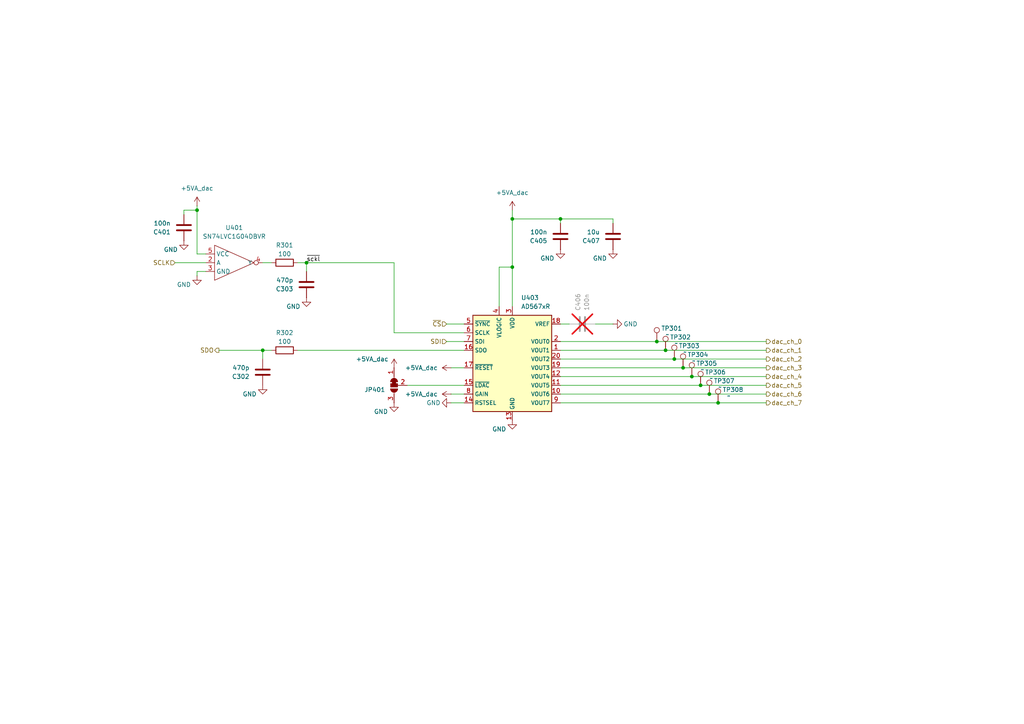
<source format=kicad_sch>
(kicad_sch
	(version 20231120)
	(generator "eeschema")
	(generator_version "8.0")
	(uuid "87b24652-6c9d-4c27-aa8f-eeff7d5fbaba")
	(paper "A4")
	(title_block
		(title "Power Supply Sink")
		(date "2025-02-20")
		(rev "0.2.0")
		(company "Open Battery Tester")
		(comment 1 "Digital Analog Converter")
	)
	(lib_symbols
		(symbol "enclosure:+5VA_dac"
			(power)
			(pin_numbers hide)
			(pin_names
				(offset 0) hide)
			(exclude_from_sim no)
			(in_bom yes)
			(on_board yes)
			(property "Reference" "#PWR"
				(at 0 -3.81 0)
				(effects
					(font
						(size 1.27 1.27)
					)
					(hide yes)
				)
			)
			(property "Value" "+5VA_dac"
				(at 0 3.556 0)
				(effects
					(font
						(size 1.27 1.27)
					)
				)
			)
			(property "Footprint" ""
				(at 0 0 0)
				(effects
					(font
						(size 1.27 1.27)
					)
					(hide yes)
				)
			)
			(property "Datasheet" ""
				(at 0 0 0)
				(effects
					(font
						(size 1.27 1.27)
					)
					(hide yes)
				)
			)
			(property "Description" ""
				(at 0 0 0)
				(effects
					(font
						(size 1.27 1.27)
					)
					(hide yes)
				)
			)
			(property "ki_keywords" "global power"
				(at 0 0 0)
				(effects
					(font
						(size 1.27 1.27)
					)
					(hide yes)
				)
			)
			(symbol "+5VA_dac_0_1"
				(polyline
					(pts
						(xy -0.762 1.27) (xy 0 2.54)
					)
					(stroke
						(width 0)
						(type default)
					)
					(fill
						(type none)
					)
				)
				(polyline
					(pts
						(xy 0 0) (xy 0 2.54)
					)
					(stroke
						(width 0)
						(type default)
					)
					(fill
						(type none)
					)
				)
				(polyline
					(pts
						(xy 0 2.54) (xy 0.762 1.27)
					)
					(stroke
						(width 0)
						(type default)
					)
					(fill
						(type none)
					)
				)
			)
			(symbol "+5VA_dac_1_1"
				(pin power_in line
					(at 0 0 90)
					(length 0)
					(name "~"
						(effects
							(font
								(size 1.27 1.27)
							)
						)
					)
					(number "1"
						(effects
							(font
								(size 1.27 1.27)
							)
						)
					)
				)
			)
		)
		(symbol "enclosure:AD567xR"
			(exclude_from_sim no)
			(in_bom yes)
			(on_board yes)
			(property "Reference" "U"
				(at 2.54 19.05 0)
				(effects
					(font
						(size 1.27 1.27)
					)
					(justify left)
				)
			)
			(property "Value" "AD567xR"
				(at 2.54 16.51 0)
				(effects
					(font
						(size 1.27 1.27)
					)
					(justify left)
				)
			)
			(property "Footprint" "Package_SO:TSSOP-20_4.4x6.5mm_P0.65mm"
				(at 0 -31.75 0)
				(effects
					(font
						(size 1.27 1.27)
					)
					(hide yes)
				)
			)
			(property "Datasheet" "https://www.analog.com/media/en/technical-documentation/data-sheets/ad5672r_5676r.pdf"
				(at 1.27 -26.67 0)
				(effects
					(font
						(size 1.27 1.27)
					)
					(hide yes)
				)
			)
			(property "Description" "Octal, 12-/16-Bit nanoDAC+ with 2 ppm/°C Reference, SPI Interface"
				(at 1.27 -29.21 0)
				(effects
					(font
						(size 1.27 1.27)
					)
					(hide yes)
				)
			)
			(property "ki_keywords" "DAC SPI 8-channel"
				(at 0 0 0)
				(effects
					(font
						(size 1.27 1.27)
					)
					(hide yes)
				)
			)
			(property "ki_fp_filters" "TSSOP*4.4x5mm*P0.65mm*"
				(at 0 0 0)
				(effects
					(font
						(size 1.27 1.27)
					)
					(hide yes)
				)
			)
			(symbol "AD567xR_0_1"
				(rectangle
					(start -11.43 13.97)
					(end 11.43 -13.97)
					(stroke
						(width 0.254)
						(type default)
					)
					(fill
						(type background)
					)
				)
			)
			(symbol "AD567xR_1_0"
				(pin input line
					(at -13.97 -1.27 0)
					(length 2.54)
					(name "~{RESET}"
						(effects
							(font
								(size 1.143 1.143)
							)
						)
					)
					(number "17"
						(effects
							(font
								(size 1.27 1.27)
							)
						)
					)
				)
				(pin bidirectional line
					(at 13.97 11.43 180)
					(length 2.54)
					(name "VREF"
						(effects
							(font
								(size 1.143 1.143)
							)
						)
					)
					(number "18"
						(effects
							(font
								(size 1.27 1.27)
							)
						)
					)
				)
				(pin output line
					(at 13.97 -1.27 180)
					(length 2.54)
					(name "VOUT3"
						(effects
							(font
								(size 1.143 1.143)
							)
						)
					)
					(number "19"
						(effects
							(font
								(size 1.27 1.27)
							)
						)
					)
				)
				(pin output line
					(at 13.97 1.27 180)
					(length 2.54)
					(name "VOUT2"
						(effects
							(font
								(size 1.143 1.143)
							)
						)
					)
					(number "20"
						(effects
							(font
								(size 1.27 1.27)
							)
						)
					)
				)
			)
			(symbol "AD567xR_1_1"
				(pin output line
					(at 13.97 3.81 180)
					(length 2.54)
					(name "VOUT1"
						(effects
							(font
								(size 1.143 1.143)
							)
						)
					)
					(number "1"
						(effects
							(font
								(size 1.27 1.27)
							)
						)
					)
				)
				(pin output line
					(at 13.97 -8.89 180)
					(length 2.54)
					(name "VOUT6"
						(effects
							(font
								(size 1.143 1.143)
							)
						)
					)
					(number "10"
						(effects
							(font
								(size 1.27 1.27)
							)
						)
					)
				)
				(pin output line
					(at 13.97 -6.35 180)
					(length 2.54)
					(name "VOUT5"
						(effects
							(font
								(size 1.143 1.143)
							)
						)
					)
					(number "11"
						(effects
							(font
								(size 1.27 1.27)
							)
						)
					)
				)
				(pin output line
					(at 13.97 -3.81 180)
					(length 2.54)
					(name "VOUT4"
						(effects
							(font
								(size 1.143 1.143)
							)
						)
					)
					(number "12"
						(effects
							(font
								(size 1.27 1.27)
							)
						)
					)
				)
				(pin power_in line
					(at 0 -16.51 90)
					(length 2.54)
					(name "GND"
						(effects
							(font
								(size 1.143 1.143)
							)
						)
					)
					(number "13"
						(effects
							(font
								(size 1.27 1.27)
							)
						)
					)
				)
				(pin input line
					(at -13.97 -11.43 0)
					(length 2.54)
					(name "RSTSEL"
						(effects
							(font
								(size 1.143 1.143)
							)
						)
					)
					(number "14"
						(effects
							(font
								(size 1.27 1.27)
							)
						)
					)
				)
				(pin input line
					(at -13.97 -6.35 0)
					(length 2.54)
					(name "~{LDAC}"
						(effects
							(font
								(size 1.143 1.143)
							)
						)
					)
					(number "15"
						(effects
							(font
								(size 1.27 1.27)
							)
						)
					)
				)
				(pin output line
					(at -13.97 3.81 0)
					(length 2.54)
					(name "SDO"
						(effects
							(font
								(size 1.143 1.143)
							)
						)
					)
					(number "16"
						(effects
							(font
								(size 1.27 1.27)
							)
						)
					)
				)
				(pin output line
					(at 13.97 6.35 180)
					(length 2.54)
					(name "VOUT0"
						(effects
							(font
								(size 1.143 1.143)
							)
						)
					)
					(number "2"
						(effects
							(font
								(size 1.27 1.27)
							)
						)
					)
				)
				(pin power_in line
					(at 0 16.51 270)
					(length 2.54)
					(name "VDD"
						(effects
							(font
								(size 1.143 1.143)
							)
						)
					)
					(number "3"
						(effects
							(font
								(size 1.27 1.27)
							)
						)
					)
				)
				(pin power_in line
					(at -3.81 16.51 270)
					(length 2.54)
					(name "VLOGIC"
						(effects
							(font
								(size 1.143 1.143)
							)
						)
					)
					(number "4"
						(effects
							(font
								(size 1.27 1.27)
							)
						)
					)
				)
				(pin input line
					(at -13.97 11.43 0)
					(length 2.54)
					(name "~{SYNC}"
						(effects
							(font
								(size 1.143 1.143)
							)
						)
					)
					(number "5"
						(effects
							(font
								(size 1.27 1.27)
							)
						)
					)
				)
				(pin input line
					(at -13.97 8.89 0)
					(length 2.54)
					(name "SCLK"
						(effects
							(font
								(size 1.143 1.143)
							)
						)
					)
					(number "6"
						(effects
							(font
								(size 1.27 1.27)
							)
						)
					)
				)
				(pin input line
					(at -13.97 6.35 0)
					(length 2.54)
					(name "SDI"
						(effects
							(font
								(size 1.143 1.143)
							)
						)
					)
					(number "7"
						(effects
							(font
								(size 1.27 1.27)
							)
						)
					)
				)
				(pin input line
					(at -13.97 -8.89 0)
					(length 2.54)
					(name "GAIN"
						(effects
							(font
								(size 1.143 1.143)
							)
						)
					)
					(number "8"
						(effects
							(font
								(size 1.27 1.27)
							)
						)
					)
				)
				(pin output line
					(at 13.97 -11.43 180)
					(length 2.54)
					(name "VOUT7"
						(effects
							(font
								(size 1.143 1.143)
							)
						)
					)
					(number "9"
						(effects
							(font
								(size 1.27 1.27)
							)
						)
					)
				)
			)
		)
		(symbol "enclosure:C"
			(pin_numbers hide)
			(pin_names
				(offset 0.254)
			)
			(exclude_from_sim no)
			(in_bom yes)
			(on_board yes)
			(property "Reference" "C"
				(at 0.635 2.54 0)
				(effects
					(font
						(size 1.27 1.27)
					)
					(justify left)
				)
			)
			(property "Value" "C"
				(at 0.635 -2.54 0)
				(effects
					(font
						(size 1.27 1.27)
					)
					(justify left)
				)
			)
			(property "Footprint" ""
				(at 0.9652 -3.81 0)
				(effects
					(font
						(size 1.27 1.27)
					)
					(hide yes)
				)
			)
			(property "Datasheet" "~"
				(at 0 0 0)
				(effects
					(font
						(size 1.27 1.27)
					)
					(hide yes)
				)
			)
			(property "Description" "Unpolarized capacitor"
				(at 0 0 0)
				(effects
					(font
						(size 1.27 1.27)
					)
					(hide yes)
				)
			)
			(property "ki_keywords" "cap capacitor"
				(at 0 0 0)
				(effects
					(font
						(size 1.27 1.27)
					)
					(hide yes)
				)
			)
			(property "ki_fp_filters" "C_*"
				(at 0 0 0)
				(effects
					(font
						(size 1.27 1.27)
					)
					(hide yes)
				)
			)
			(symbol "C_0_1"
				(polyline
					(pts
						(xy -2.032 -0.762) (xy 2.032 -0.762)
					)
					(stroke
						(width 0.508)
						(type default)
					)
					(fill
						(type none)
					)
				)
				(polyline
					(pts
						(xy -2.032 0.762) (xy 2.032 0.762)
					)
					(stroke
						(width 0.508)
						(type default)
					)
					(fill
						(type none)
					)
				)
			)
			(symbol "C_1_1"
				(pin passive line
					(at 0 3.81 270)
					(length 2.794)
					(name "~"
						(effects
							(font
								(size 1.27 1.27)
							)
						)
					)
					(number "1"
						(effects
							(font
								(size 1.27 1.27)
							)
						)
					)
				)
				(pin passive line
					(at 0 -3.81 90)
					(length 2.794)
					(name "~"
						(effects
							(font
								(size 1.27 1.27)
							)
						)
					)
					(number "2"
						(effects
							(font
								(size 1.27 1.27)
							)
						)
					)
				)
			)
		)
		(symbol "enclosure:GND"
			(power)
			(pin_numbers hide)
			(pin_names
				(offset 0) hide)
			(exclude_from_sim no)
			(in_bom yes)
			(on_board yes)
			(property "Reference" "#PWR"
				(at 0 -6.35 0)
				(effects
					(font
						(size 1.27 1.27)
					)
					(hide yes)
				)
			)
			(property "Value" "GND"
				(at 0 -3.81 0)
				(effects
					(font
						(size 1.27 1.27)
					)
				)
			)
			(property "Footprint" ""
				(at 0 0 0)
				(effects
					(font
						(size 1.27 1.27)
					)
					(hide yes)
				)
			)
			(property "Datasheet" ""
				(at 0 0 0)
				(effects
					(font
						(size 1.27 1.27)
					)
					(hide yes)
				)
			)
			(property "Description" "Power symbol creates a global label with name \"GND\" , ground"
				(at 0 0 0)
				(effects
					(font
						(size 1.27 1.27)
					)
					(hide yes)
				)
			)
			(property "ki_keywords" "global power"
				(at 0 0 0)
				(effects
					(font
						(size 1.27 1.27)
					)
					(hide yes)
				)
			)
			(symbol "GND_0_1"
				(polyline
					(pts
						(xy 0 0) (xy 0 -1.27) (xy 1.27 -1.27) (xy 0 -2.54) (xy -1.27 -1.27) (xy 0 -1.27)
					)
					(stroke
						(width 0)
						(type default)
					)
					(fill
						(type none)
					)
				)
			)
			(symbol "GND_1_1"
				(pin power_in line
					(at 0 0 270)
					(length 0)
					(name "~"
						(effects
							(font
								(size 1.27 1.27)
							)
						)
					)
					(number "1"
						(effects
							(font
								(size 1.27 1.27)
							)
						)
					)
				)
			)
		)
		(symbol "enclosure:R"
			(pin_numbers hide)
			(pin_names
				(offset 0)
			)
			(exclude_from_sim no)
			(in_bom yes)
			(on_board yes)
			(property "Reference" "R"
				(at 2.032 0 90)
				(effects
					(font
						(size 1.27 1.27)
					)
				)
			)
			(property "Value" "R"
				(at 0 0 90)
				(effects
					(font
						(size 1.27 1.27)
					)
				)
			)
			(property "Footprint" ""
				(at -1.778 0 90)
				(effects
					(font
						(size 1.27 1.27)
					)
					(hide yes)
				)
			)
			(property "Datasheet" "~"
				(at 0 0 0)
				(effects
					(font
						(size 1.27 1.27)
					)
					(hide yes)
				)
			)
			(property "Description" "Resistor"
				(at 0 0 0)
				(effects
					(font
						(size 1.27 1.27)
					)
					(hide yes)
				)
			)
			(property "ki_keywords" "R res resistor"
				(at 0 0 0)
				(effects
					(font
						(size 1.27 1.27)
					)
					(hide yes)
				)
			)
			(property "ki_fp_filters" "R_*"
				(at 0 0 0)
				(effects
					(font
						(size 1.27 1.27)
					)
					(hide yes)
				)
			)
			(symbol "R_0_1"
				(rectangle
					(start -1.016 -2.54)
					(end 1.016 2.54)
					(stroke
						(width 0.254)
						(type default)
					)
					(fill
						(type none)
					)
				)
			)
			(symbol "R_1_1"
				(pin passive line
					(at 0 3.81 270)
					(length 1.27)
					(name "~"
						(effects
							(font
								(size 1.27 1.27)
							)
						)
					)
					(number "1"
						(effects
							(font
								(size 1.27 1.27)
							)
						)
					)
				)
				(pin passive line
					(at 0 -3.81 90)
					(length 1.27)
					(name "~"
						(effects
							(font
								(size 1.27 1.27)
							)
						)
					)
					(number "2"
						(effects
							(font
								(size 1.27 1.27)
							)
						)
					)
				)
			)
		)
		(symbol "enclosure:SN74LVC1G04DBVR"
			(exclude_from_sim no)
			(in_bom yes)
			(on_board yes)
			(property "Reference" "U"
				(at 0 5.08 0)
				(effects
					(font
						(size 1.27 1.27)
					)
				)
			)
			(property "Value" "SN74LVC1G04DBVR"
				(at 0 -7.62 0)
				(effects
					(font
						(size 1.27 1.27)
					)
				)
			)
			(property "Footprint" "Package_TO_SOT_SMD:SOT-23-5_HandSoldering"
				(at 0 -7.62 0)
				(effects
					(font
						(size 1.27 1.27)
					)
					(hide yes)
				)
			)
			(property "Datasheet" "https://www.ti.com/lit/ds/symlink/sn74lvc1g04.pdf"
				(at 0 -7.62 0)
				(effects
					(font
						(size 1.27 1.27)
					)
					(hide yes)
				)
			)
			(property "Description" "Inverter"
				(at 0 7.62 0)
				(effects
					(font
						(size 1.27 1.27)
					)
					(hide yes)
				)
			)
			(symbol "SN74LVC1G04DBVR_0_0"
				(pin no_connect non_logic
					(at 2.54 0 180)
					(length 2.54) hide
					(name "NC"
						(effects
							(font
								(size 1.27 1.27)
							)
						)
					)
					(number "1"
						(effects
							(font
								(size 1.27 1.27)
							)
						)
					)
				)
				(pin input line
					(at -7.62 0 0)
					(length 2.54)
					(name "A"
						(effects
							(font
								(size 1.27 1.27)
							)
						)
					)
					(number "2"
						(effects
							(font
								(size 1.27 1.27)
							)
						)
					)
				)
				(pin power_in line
					(at -7.62 -2.54 0)
					(length 2.54)
					(name "GND"
						(effects
							(font
								(size 1.27 1.27)
							)
						)
					)
					(number "3"
						(effects
							(font
								(size 1.27 1.27)
							)
						)
					)
				)
				(pin output inverted
					(at 8.89 0 180)
					(length 2.54)
					(name "Y"
						(effects
							(font
								(size 1.27 1.27)
							)
						)
					)
					(number "4"
						(effects
							(font
								(size 1.27 1.27)
							)
						)
					)
				)
				(pin power_in line
					(at -7.62 2.54 0)
					(length 2.54)
					(name "VCC"
						(effects
							(font
								(size 1.27 1.27)
							)
						)
					)
					(number "5"
						(effects
							(font
								(size 1.27 1.27)
							)
						)
					)
				)
			)
			(symbol "SN74LVC1G04DBVR_0_1"
				(polyline
					(pts
						(xy -5.08 -5.08) (xy -5.08 5.08) (xy 6.35 0) (xy -5.08 -5.08)
					)
					(stroke
						(width 0)
						(type default)
					)
					(fill
						(type none)
					)
				)
			)
		)
		(symbol "enclosure:SolderJumper_3_Bridged12"
			(pin_names
				(offset 0) hide)
			(exclude_from_sim yes)
			(in_bom no)
			(on_board yes)
			(property "Reference" "JP"
				(at -2.54 -2.54 0)
				(effects
					(font
						(size 1.27 1.27)
					)
				)
			)
			(property "Value" "SolderJumper_3_Bridged12"
				(at 0 2.794 0)
				(effects
					(font
						(size 1.27 1.27)
					)
				)
			)
			(property "Footprint" ""
				(at 0 0 0)
				(effects
					(font
						(size 1.27 1.27)
					)
					(hide yes)
				)
			)
			(property "Datasheet" "~"
				(at 0 0 0)
				(effects
					(font
						(size 1.27 1.27)
					)
					(hide yes)
				)
			)
			(property "Description" "3-pole Solder Jumper, pins 1+2 closed/bridged"
				(at 0 0 0)
				(effects
					(font
						(size 1.27 1.27)
					)
					(hide yes)
				)
			)
			(property "ki_keywords" "Solder Jumper SPDT"
				(at 0 0 0)
				(effects
					(font
						(size 1.27 1.27)
					)
					(hide yes)
				)
			)
			(property "ki_fp_filters" "SolderJumper*Bridged12*"
				(at 0 0 0)
				(effects
					(font
						(size 1.27 1.27)
					)
					(hide yes)
				)
			)
			(symbol "SolderJumper_3_Bridged12_0_1"
				(rectangle
					(start -1.016 0.508)
					(end -0.508 -0.508)
					(stroke
						(width 0)
						(type default)
					)
					(fill
						(type outline)
					)
				)
				(arc
					(start -1.016 1.016)
					(mid -2.0276 0)
					(end -1.016 -1.016)
					(stroke
						(width 0)
						(type default)
					)
					(fill
						(type none)
					)
				)
				(arc
					(start -1.016 1.016)
					(mid -2.0276 0)
					(end -1.016 -1.016)
					(stroke
						(width 0)
						(type default)
					)
					(fill
						(type outline)
					)
				)
				(rectangle
					(start -0.508 1.016)
					(end 0.508 -1.016)
					(stroke
						(width 0)
						(type default)
					)
					(fill
						(type outline)
					)
				)
				(polyline
					(pts
						(xy -2.54 0) (xy -2.032 0)
					)
					(stroke
						(width 0)
						(type default)
					)
					(fill
						(type none)
					)
				)
				(polyline
					(pts
						(xy -1.016 1.016) (xy -1.016 -1.016)
					)
					(stroke
						(width 0)
						(type default)
					)
					(fill
						(type none)
					)
				)
				(polyline
					(pts
						(xy 0 -1.27) (xy 0 -1.016)
					)
					(stroke
						(width 0)
						(type default)
					)
					(fill
						(type none)
					)
				)
				(polyline
					(pts
						(xy 1.016 1.016) (xy 1.016 -1.016)
					)
					(stroke
						(width 0)
						(type default)
					)
					(fill
						(type none)
					)
				)
				(polyline
					(pts
						(xy 2.54 0) (xy 2.032 0)
					)
					(stroke
						(width 0)
						(type default)
					)
					(fill
						(type none)
					)
				)
				(arc
					(start 1.016 -1.016)
					(mid 2.0276 0)
					(end 1.016 1.016)
					(stroke
						(width 0)
						(type default)
					)
					(fill
						(type none)
					)
				)
				(arc
					(start 1.016 -1.016)
					(mid 2.0276 0)
					(end 1.016 1.016)
					(stroke
						(width 0)
						(type default)
					)
					(fill
						(type outline)
					)
				)
			)
			(symbol "SolderJumper_3_Bridged12_1_1"
				(pin passive line
					(at -5.08 0 0)
					(length 2.54)
					(name "A"
						(effects
							(font
								(size 1.27 1.27)
							)
						)
					)
					(number "1"
						(effects
							(font
								(size 1.27 1.27)
							)
						)
					)
				)
				(pin passive line
					(at 0 -3.81 90)
					(length 2.54)
					(name "C"
						(effects
							(font
								(size 1.27 1.27)
							)
						)
					)
					(number "2"
						(effects
							(font
								(size 1.27 1.27)
							)
						)
					)
				)
				(pin passive line
					(at 5.08 0 180)
					(length 2.54)
					(name "B"
						(effects
							(font
								(size 1.27 1.27)
							)
						)
					)
					(number "3"
						(effects
							(font
								(size 1.27 1.27)
							)
						)
					)
				)
			)
		)
		(symbol "enclosure:TestPoint"
			(pin_numbers hide)
			(pin_names
				(offset 0.762) hide)
			(exclude_from_sim no)
			(in_bom yes)
			(on_board yes)
			(property "Reference" "TP"
				(at 0 6.858 0)
				(effects
					(font
						(size 1.27 1.27)
					)
				)
			)
			(property "Value" "TestPoint"
				(at 0 5.08 0)
				(effects
					(font
						(size 1.27 1.27)
					)
				)
			)
			(property "Footprint" ""
				(at 5.08 0 0)
				(effects
					(font
						(size 1.27 1.27)
					)
					(hide yes)
				)
			)
			(property "Datasheet" "~"
				(at 5.08 0 0)
				(effects
					(font
						(size 1.27 1.27)
					)
					(hide yes)
				)
			)
			(property "Description" "test point"
				(at 0 0 0)
				(effects
					(font
						(size 1.27 1.27)
					)
					(hide yes)
				)
			)
			(property "ki_keywords" "test point tp"
				(at 0 0 0)
				(effects
					(font
						(size 1.27 1.27)
					)
					(hide yes)
				)
			)
			(property "ki_fp_filters" "Pin* Test*"
				(at 0 0 0)
				(effects
					(font
						(size 1.27 1.27)
					)
					(hide yes)
				)
			)
			(symbol "TestPoint_0_1"
				(circle
					(center 0 3.302)
					(radius 0.762)
					(stroke
						(width 0)
						(type default)
					)
					(fill
						(type none)
					)
				)
			)
			(symbol "TestPoint_1_1"
				(pin passive line
					(at 0 0 90)
					(length 2.54)
					(name "1"
						(effects
							(font
								(size 1.27 1.27)
							)
						)
					)
					(number "1"
						(effects
							(font
								(size 1.27 1.27)
							)
						)
					)
				)
			)
		)
	)
	(junction
		(at 148.59 63.5)
		(diameter 0)
		(color 0 0 0 0)
		(uuid "26dd889c-b492-4e81-846d-3550979134b7")
	)
	(junction
		(at 190.5 99.06)
		(diameter 0)
		(color 0 0 0 0)
		(uuid "2b1064c8-add6-48b8-986b-8da8c80b71ea")
	)
	(junction
		(at 203.2 111.76)
		(diameter 0)
		(color 0 0 0 0)
		(uuid "3a427981-bd7c-4d5b-8181-a97eae0ca884")
	)
	(junction
		(at 162.56 63.5)
		(diameter 0)
		(color 0 0 0 0)
		(uuid "40f52b77-982e-4ec5-a94f-8cbe4f4c6ba2")
	)
	(junction
		(at 195.58 104.14)
		(diameter 0)
		(color 0 0 0 0)
		(uuid "6607014e-c4c2-4c04-bab7-657a7be2b82e")
	)
	(junction
		(at 76.2 101.6)
		(diameter 0)
		(color 0 0 0 0)
		(uuid "66785972-2b01-44d8-8b5b-0136189f3eb6")
	)
	(junction
		(at 198.12 106.68)
		(diameter 0)
		(color 0 0 0 0)
		(uuid "6d9937c8-4443-42cd-994e-39363a7730a4")
	)
	(junction
		(at 57.15 60.96)
		(diameter 0)
		(color 0 0 0 0)
		(uuid "7b7c96a3-a35d-4307-8746-cb351e605b82")
	)
	(junction
		(at 148.59 77.47)
		(diameter 0)
		(color 0 0 0 0)
		(uuid "81138b5c-7cfc-405e-8abb-472401c760b4")
	)
	(junction
		(at 208.28 116.84)
		(diameter 0)
		(color 0 0 0 0)
		(uuid "87515dcd-d7c3-4fe5-8300-72ed3b89a015")
	)
	(junction
		(at 88.9 76.2)
		(diameter 0)
		(color 0 0 0 0)
		(uuid "d8a71f8a-c05f-48c4-a847-6d4b4413b2af")
	)
	(junction
		(at 193.04 101.6)
		(diameter 0)
		(color 0 0 0 0)
		(uuid "d8e4c033-a1b6-42b4-bdae-854577c60169")
	)
	(junction
		(at 205.74 114.3)
		(diameter 0)
		(color 0 0 0 0)
		(uuid "dbe1b2f5-cd7a-4721-9e98-5d24f4d2a054")
	)
	(junction
		(at 200.66 109.22)
		(diameter 0)
		(color 0 0 0 0)
		(uuid "e7043bb8-fb98-49d9-8c97-eb1f1d47fb1a")
	)
	(wire
		(pts
			(xy 57.15 80.01) (xy 57.15 78.74)
		)
		(stroke
			(width 0)
			(type default)
		)
		(uuid "001c9ccf-6e72-4a6d-a910-8fa9b45daa32")
	)
	(wire
		(pts
			(xy 130.81 114.3) (xy 134.62 114.3)
		)
		(stroke
			(width 0)
			(type default)
		)
		(uuid "085739b4-0efd-4023-b82f-4df9739a72cd")
	)
	(wire
		(pts
			(xy 53.34 60.96) (xy 57.15 60.96)
		)
		(stroke
			(width 0)
			(type default)
		)
		(uuid "1252f878-ff05-42fc-82af-7bd0e8af5358")
	)
	(wire
		(pts
			(xy 222.25 99.06) (xy 190.5 99.06)
		)
		(stroke
			(width 0)
			(type default)
		)
		(uuid "12c49597-ab43-48dc-992b-8d5964d79cae")
	)
	(wire
		(pts
			(xy 148.59 60.96) (xy 148.59 63.5)
		)
		(stroke
			(width 0)
			(type default)
		)
		(uuid "142afcda-11e8-485a-a37c-60d0b54151c2")
	)
	(wire
		(pts
			(xy 148.59 63.5) (xy 148.59 77.47)
		)
		(stroke
			(width 0)
			(type default)
		)
		(uuid "150f31b9-3a15-46c7-b6c2-c66edc37a7d9")
	)
	(wire
		(pts
			(xy 222.25 101.6) (xy 193.04 101.6)
		)
		(stroke
			(width 0)
			(type default)
		)
		(uuid "1bcd8913-4124-4009-ae09-b077058a3c4d")
	)
	(wire
		(pts
			(xy 88.9 76.2) (xy 114.3 76.2)
		)
		(stroke
			(width 0)
			(type default)
		)
		(uuid "1e644e13-65d4-48f4-bb47-8a228ef4cc3f")
	)
	(wire
		(pts
			(xy 148.59 77.47) (xy 148.59 88.9)
		)
		(stroke
			(width 0)
			(type default)
		)
		(uuid "22ebe31c-86a7-44d9-9b49-eb58ef0bdbf6")
	)
	(wire
		(pts
			(xy 222.25 109.22) (xy 200.66 109.22)
		)
		(stroke
			(width 0)
			(type default)
		)
		(uuid "2c900251-948f-4311-a121-151220b49e3e")
	)
	(wire
		(pts
			(xy 114.3 76.2) (xy 114.3 96.52)
		)
		(stroke
			(width 0)
			(type default)
		)
		(uuid "2d36a66d-6aa1-4929-91b4-d28ca8db4ec4")
	)
	(wire
		(pts
			(xy 162.56 63.5) (xy 162.56 64.77)
		)
		(stroke
			(width 0)
			(type default)
		)
		(uuid "2ea1f1b9-f21c-43e9-9610-91e7cc80ae3f")
	)
	(wire
		(pts
			(xy 162.56 93.98) (xy 165.1 93.98)
		)
		(stroke
			(width 0)
			(type default)
		)
		(uuid "478de6c8-c1bd-4c94-b4d4-9efce85b885e")
	)
	(wire
		(pts
			(xy 50.8 76.2) (xy 59.69 76.2)
		)
		(stroke
			(width 0)
			(type default)
		)
		(uuid "481952ac-3db5-4a6f-b25c-34705cdf63a7")
	)
	(wire
		(pts
			(xy 134.62 96.52) (xy 114.3 96.52)
		)
		(stroke
			(width 0)
			(type default)
		)
		(uuid "486d9853-90a6-4f95-bd0b-550ba2ec6cbb")
	)
	(wire
		(pts
			(xy 57.15 78.74) (xy 59.69 78.74)
		)
		(stroke
			(width 0)
			(type default)
		)
		(uuid "4f55f5c5-94a2-497d-86cc-bfa98b5d561a")
	)
	(wire
		(pts
			(xy 88.9 76.2) (xy 86.36 76.2)
		)
		(stroke
			(width 0)
			(type default)
		)
		(uuid "56d1bb3a-37f9-482d-b5d4-b1dd6e0c7962")
	)
	(wire
		(pts
			(xy 172.72 93.98) (xy 177.8 93.98)
		)
		(stroke
			(width 0)
			(type default)
		)
		(uuid "5b302811-f19a-43b9-bfef-060422d64ea0")
	)
	(wire
		(pts
			(xy 162.56 114.3) (xy 205.74 114.3)
		)
		(stroke
			(width 0)
			(type default)
		)
		(uuid "5d07398c-25c1-4d04-b86e-a8a27d4481af")
	)
	(wire
		(pts
			(xy 162.56 106.68) (xy 198.12 106.68)
		)
		(stroke
			(width 0)
			(type default)
		)
		(uuid "620c4015-f408-4d6d-8899-6e8510ff221d")
	)
	(wire
		(pts
			(xy 162.56 116.84) (xy 208.28 116.84)
		)
		(stroke
			(width 0)
			(type default)
		)
		(uuid "65b3b018-9cc5-4caf-866a-eef9e1dfe84e")
	)
	(wire
		(pts
			(xy 162.56 111.76) (xy 203.2 111.76)
		)
		(stroke
			(width 0)
			(type default)
		)
		(uuid "70144399-17c9-4ec6-958c-852317826ae9")
	)
	(wire
		(pts
			(xy 148.59 63.5) (xy 162.56 63.5)
		)
		(stroke
			(width 0)
			(type default)
		)
		(uuid "73a553f8-1038-497d-b69d-d90fa9e48057")
	)
	(wire
		(pts
			(xy 76.2 101.6) (xy 78.74 101.6)
		)
		(stroke
			(width 0)
			(type default)
		)
		(uuid "7690b576-66f7-4009-a522-a4f6ea863bd3")
	)
	(wire
		(pts
			(xy 162.56 101.6) (xy 193.04 101.6)
		)
		(stroke
			(width 0)
			(type default)
		)
		(uuid "79dfb759-fe94-4581-9a0d-a1a14b5ab9e1")
	)
	(wire
		(pts
			(xy 177.8 64.77) (xy 177.8 63.5)
		)
		(stroke
			(width 0)
			(type default)
		)
		(uuid "814462a1-c43a-4c8d-9797-bce256bd7f60")
	)
	(wire
		(pts
			(xy 144.78 77.47) (xy 148.59 77.47)
		)
		(stroke
			(width 0)
			(type default)
		)
		(uuid "87d7ba78-73a1-4e6d-b506-4687eaeab157")
	)
	(wire
		(pts
			(xy 86.36 101.6) (xy 134.62 101.6)
		)
		(stroke
			(width 0)
			(type default)
		)
		(uuid "8f697fcd-866b-4604-818d-4a045b1175f8")
	)
	(wire
		(pts
			(xy 129.54 93.98) (xy 134.62 93.98)
		)
		(stroke
			(width 0)
			(type default)
		)
		(uuid "910d7d5f-10f4-4cdb-9758-b554ea249fd4")
	)
	(wire
		(pts
			(xy 222.25 114.3) (xy 205.74 114.3)
		)
		(stroke
			(width 0)
			(type default)
		)
		(uuid "92a492bf-5660-4e36-999b-aa9e448e2add")
	)
	(wire
		(pts
			(xy 162.56 104.14) (xy 195.58 104.14)
		)
		(stroke
			(width 0)
			(type default)
		)
		(uuid "92ba3a2d-6ecf-44d0-86bd-0f241991bfd9")
	)
	(wire
		(pts
			(xy 57.15 73.66) (xy 59.69 73.66)
		)
		(stroke
			(width 0)
			(type default)
		)
		(uuid "960bb1fd-7243-42d1-a43a-72f3c84c5940")
	)
	(wire
		(pts
			(xy 162.56 63.5) (xy 177.8 63.5)
		)
		(stroke
			(width 0)
			(type default)
		)
		(uuid "9a21a59d-67b2-48ef-b4ad-16ff12cbf1a6")
	)
	(wire
		(pts
			(xy 118.11 111.76) (xy 134.62 111.76)
		)
		(stroke
			(width 0)
			(type default)
		)
		(uuid "9a2fe0bd-ee0f-4ddf-addb-565c93eca656")
	)
	(wire
		(pts
			(xy 57.15 60.96) (xy 57.15 73.66)
		)
		(stroke
			(width 0)
			(type default)
		)
		(uuid "a9ad476d-8057-4125-a9b8-e7ce18e736d5")
	)
	(wire
		(pts
			(xy 162.56 109.22) (xy 200.66 109.22)
		)
		(stroke
			(width 0)
			(type default)
		)
		(uuid "ab0282f5-5f94-42fd-83dd-f17dca7d672f")
	)
	(wire
		(pts
			(xy 88.9 78.74) (xy 88.9 76.2)
		)
		(stroke
			(width 0)
			(type default)
		)
		(uuid "b19296c7-88d1-4a01-b573-ef168bd15af0")
	)
	(wire
		(pts
			(xy 222.25 111.76) (xy 203.2 111.76)
		)
		(stroke
			(width 0)
			(type default)
		)
		(uuid "b1f6de8a-08ed-4f8e-990e-bca1ffac8845")
	)
	(wire
		(pts
			(xy 222.25 116.84) (xy 208.28 116.84)
		)
		(stroke
			(width 0)
			(type default)
		)
		(uuid "b3a4867b-8631-4b6a-8ba4-7d8fa16ada8b")
	)
	(wire
		(pts
			(xy 53.34 62.23) (xy 53.34 60.96)
		)
		(stroke
			(width 0)
			(type default)
		)
		(uuid "c8eaf0be-35de-4172-8cad-0ff30b4ce132")
	)
	(wire
		(pts
			(xy 130.81 106.68) (xy 134.62 106.68)
		)
		(stroke
			(width 0)
			(type default)
		)
		(uuid "c8fe3459-631c-4b76-8f24-abdf04468bc3")
	)
	(wire
		(pts
			(xy 76.2 104.14) (xy 76.2 101.6)
		)
		(stroke
			(width 0)
			(type default)
		)
		(uuid "ccc63d8c-92c1-4e96-83ef-6e97c89b991f")
	)
	(wire
		(pts
			(xy 63.5 101.6) (xy 76.2 101.6)
		)
		(stroke
			(width 0)
			(type default)
		)
		(uuid "ce98f54c-321a-429d-b56a-ac94dc6769c6")
	)
	(wire
		(pts
			(xy 134.62 116.84) (xy 130.81 116.84)
		)
		(stroke
			(width 0)
			(type default)
		)
		(uuid "d2f2f586-0108-424e-9013-92f45c6a6a35")
	)
	(wire
		(pts
			(xy 76.2 76.2) (xy 78.74 76.2)
		)
		(stroke
			(width 0)
			(type default)
		)
		(uuid "d5516d50-69c4-426a-9e80-dfdc0bf60b46")
	)
	(wire
		(pts
			(xy 162.56 99.06) (xy 190.5 99.06)
		)
		(stroke
			(width 0)
			(type default)
		)
		(uuid "d9f8d926-f90c-4788-9cd1-767125e446a1")
	)
	(wire
		(pts
			(xy 129.54 99.06) (xy 134.62 99.06)
		)
		(stroke
			(width 0)
			(type default)
		)
		(uuid "dc55df16-9f48-4641-9c92-58c02e126383")
	)
	(wire
		(pts
			(xy 144.78 77.47) (xy 144.78 88.9)
		)
		(stroke
			(width 0)
			(type default)
		)
		(uuid "e17cb55b-27c1-49f8-a6be-4631d1668e41")
	)
	(wire
		(pts
			(xy 57.15 59.69) (xy 57.15 60.96)
		)
		(stroke
			(width 0)
			(type default)
		)
		(uuid "e9a3c79d-0dca-4464-ab2b-00fdd6b7ba97")
	)
	(wire
		(pts
			(xy 222.25 104.14) (xy 195.58 104.14)
		)
		(stroke
			(width 0)
			(type default)
		)
		(uuid "eb4ed5eb-f16a-421a-9677-91da306574a8")
	)
	(wire
		(pts
			(xy 222.25 106.68) (xy 198.12 106.68)
		)
		(stroke
			(width 0)
			(type default)
		)
		(uuid "f67d65c9-15cf-4489-b64c-14081679006a")
	)
	(label "~{sckl}"
		(at 88.9 76.2 0)
		(fields_autoplaced yes)
		(effects
			(font
				(size 1.27 1.27)
			)
			(justify left bottom)
		)
		(uuid "0dd0f5ab-2a17-4de1-bd78-4d034bae4eee")
	)
	(hierarchical_label "dac_ch_1"
		(shape output)
		(at 222.25 101.6 0)
		(fields_autoplaced yes)
		(effects
			(font
				(size 1.27 1.27)
			)
			(justify left)
		)
		(uuid "12d32983-aabd-44d9-97d5-021112193092")
	)
	(hierarchical_label "SDO"
		(shape output)
		(at 63.5 101.6 180)
		(fields_autoplaced yes)
		(effects
			(font
				(size 1.27 1.27)
			)
			(justify right)
		)
		(uuid "2670b698-5746-4ede-8d52-b3ee018e8965")
	)
	(hierarchical_label "dac_ch_5"
		(shape output)
		(at 222.25 111.76 0)
		(fields_autoplaced yes)
		(effects
			(font
				(size 1.27 1.27)
			)
			(justify left)
		)
		(uuid "2b1f8fdb-815a-4845-b7e7-334b57b74b7a")
	)
	(hierarchical_label "dac_ch_0"
		(shape output)
		(at 222.25 99.06 0)
		(fields_autoplaced yes)
		(effects
			(font
				(size 1.27 1.27)
			)
			(justify left)
		)
		(uuid "38af2d68-f77a-4647-a1e1-d1f08e36c323")
	)
	(hierarchical_label "~{CS}"
		(shape input)
		(at 129.54 93.98 180)
		(fields_autoplaced yes)
		(effects
			(font
				(size 1.27 1.27)
			)
			(justify right)
		)
		(uuid "4656b44a-985a-4510-9b9e-842d02d7f41e")
	)
	(hierarchical_label "dac_ch_3"
		(shape output)
		(at 222.25 106.68 0)
		(fields_autoplaced yes)
		(effects
			(font
				(size 1.27 1.27)
			)
			(justify left)
		)
		(uuid "5434827e-0d09-47fc-9155-36085eb2781e")
	)
	(hierarchical_label "dac_ch_6"
		(shape output)
		(at 222.25 114.3 0)
		(fields_autoplaced yes)
		(effects
			(font
				(size 1.27 1.27)
			)
			(justify left)
		)
		(uuid "5d87d842-71ad-4620-87ee-2b4c43658a9c")
	)
	(hierarchical_label "dac_ch_7"
		(shape output)
		(at 222.25 116.84 0)
		(fields_autoplaced yes)
		(effects
			(font
				(size 1.27 1.27)
			)
			(justify left)
		)
		(uuid "92f090d8-5bd0-44ad-8c77-44add0661859")
	)
	(hierarchical_label "SCLK"
		(shape input)
		(at 50.8 76.2 180)
		(fields_autoplaced yes)
		(effects
			(font
				(size 1.27 1.27)
			)
			(justify right)
		)
		(uuid "94925e15-7e73-48bf-a27c-00964cfcd70b")
	)
	(hierarchical_label "SDI"
		(shape input)
		(at 129.54 99.06 180)
		(fields_autoplaced yes)
		(effects
			(font
				(size 1.27 1.27)
			)
			(justify right)
		)
		(uuid "aa00a609-fadb-464e-813c-31128bfa3360")
	)
	(hierarchical_label "dac_ch_2"
		(shape output)
		(at 222.25 104.14 0)
		(fields_autoplaced yes)
		(effects
			(font
				(size 1.27 1.27)
			)
			(justify left)
		)
		(uuid "f9bd94be-6696-4631-9f2d-b494898a3720")
	)
	(hierarchical_label "dac_ch_4"
		(shape output)
		(at 222.25 109.22 0)
		(fields_autoplaced yes)
		(effects
			(font
				(size 1.27 1.27)
			)
			(justify left)
		)
		(uuid "fcdcc79e-8b31-4418-a326-c73a3065848f")
	)
	(symbol
		(lib_id "enclosure:SN74LVC1G04DBVR")
		(at 67.31 76.2 0)
		(unit 1)
		(exclude_from_sim no)
		(in_bom yes)
		(on_board yes)
		(dnp no)
		(fields_autoplaced yes)
		(uuid "010410a3-f36f-4483-9ffc-7b4968d2e57f")
		(property "Reference" "U401"
			(at 67.945 66.04 0)
			(effects
				(font
					(size 1.27 1.27)
				)
			)
		)
		(property "Value" "SN74LVC1G04DBVR"
			(at 67.945 68.58 0)
			(effects
				(font
					(size 1.27 1.27)
				)
			)
		)
		(property "Footprint" "pss:SOT-23-5_HandSoldering"
			(at 67.31 83.82 0)
			(effects
				(font
					(size 1.27 1.27)
				)
				(hide yes)
			)
		)
		(property "Datasheet" "./datasheet/SN74LVC1G04DBVR.pdf"
			(at 67.31 83.82 0)
			(effects
				(font
					(size 1.27 1.27)
				)
				(hide yes)
			)
		)
		(property "Description" "Inverter"
			(at 67.31 68.58 0)
			(effects
				(font
					(size 1.27 1.27)
				)
				(hide yes)
			)
		)
		(property "MPN" "SN74LVC1G04DBVR"
			(at 67.31 76.2 0)
			(effects
				(font
					(size 1.27 1.27)
				)
				(hide yes)
			)
		)
		(property "VPN" "595-SN74LVC1G04DBVR"
			(at 67.31 76.2 0)
			(effects
				(font
					(size 1.27 1.27)
				)
				(hide yes)
			)
		)
		(pin "1"
			(uuid "d7e417b4-c73e-4e00-8ec5-f5620af4d104")
		)
		(pin "4"
			(uuid "84883d6c-befa-46ca-81b4-35c4d6b3088e")
		)
		(pin "2"
			(uuid "0a5676ef-b471-46b1-abd0-03f35e6c9bcd")
		)
		(pin "3"
			(uuid "7d4c0599-6a5c-4d02-81ae-e4c2920228aa")
		)
		(pin "5"
			(uuid "40e64843-d693-423f-a224-8bfa305d4a19")
		)
		(instances
			(project "pss"
				(path "/3c438cf7-9350-4e9f-8115-1deba8984176/03989f8f-37de-40e6-939d-a431b6f0f75b"
					(reference "U401")
					(unit 1)
				)
			)
			(project "enclosure"
				(path "/8ec0899b-9d7b-491d-933a-49b74b34a0df/33cb8651-a05a-4753-834f-4740bc12c74b"
					(reference "U301")
					(unit 1)
				)
			)
		)
	)
	(symbol
		(lib_id "enclosure:R")
		(at 82.55 76.2 90)
		(unit 1)
		(exclude_from_sim no)
		(in_bom yes)
		(on_board yes)
		(dnp no)
		(uuid "01f02704-54f1-4661-bf9f-e0a585522392")
		(property "Reference" "R301"
			(at 82.55 71.12 90)
			(effects
				(font
					(size 1.27 1.27)
				)
			)
		)
		(property "Value" "100"
			(at 82.55 73.66 90)
			(effects
				(font
					(size 1.27 1.27)
				)
			)
		)
		(property "Footprint" "pss:R_1210_3225Metric_Pad1.30x2.65mm_HandSolder"
			(at 82.55 77.978 90)
			(effects
				(font
					(size 1.27 1.27)
				)
				(hide yes)
			)
		)
		(property "Datasheet" "./datasheet/R_SMD_Yageo.pdf"
			(at 82.55 76.2 0)
			(effects
				(font
					(size 1.27 1.27)
				)
				(hide yes)
			)
		)
		(property "Description" "Resistor"
			(at 82.55 76.2 0)
			(effects
				(font
					(size 1.27 1.27)
				)
				(hide yes)
			)
		)
		(property "MPN" "RC1210FR-07100RL"
			(at 82.55 76.2 0)
			(effects
				(font
					(size 1.27 1.27)
				)
				(hide yes)
			)
		)
		(property "VPN" "603-RC1210FR-07100RL"
			(at 82.55 76.2 0)
			(effects
				(font
					(size 1.27 1.27)
				)
				(hide yes)
			)
		)
		(pin "1"
			(uuid "77e4f561-bf29-4e3e-aded-901903d04d79")
		)
		(pin "2"
			(uuid "4365cbb9-100f-4808-a59c-fefa1ff8f2e4")
		)
		(instances
			(project "enclosure"
				(path "/8ec0899b-9d7b-491d-933a-49b74b34a0df/33cb8651-a05a-4753-834f-4740bc12c74b"
					(reference "R301")
					(unit 1)
				)
			)
		)
	)
	(symbol
		(lib_id "enclosure:TestPoint")
		(at 208.28 116.84 0)
		(unit 1)
		(exclude_from_sim no)
		(in_bom yes)
		(on_board yes)
		(dnp no)
		(uuid "057ad2f5-ef7b-4acf-beb7-c52a484cf8db")
		(property "Reference" "TP308"
			(at 209.55 113.03 0)
			(effects
				(font
					(size 1.27 1.27)
				)
				(justify left)
			)
		)
		(property "Value" "~"
			(at 210.82 114.8079 0)
			(effects
				(font
					(size 1.27 1.27)
				)
				(justify left)
			)
		)
		(property "Footprint" "pss:TP_0805_2012Metric"
			(at 213.36 116.84 0)
			(effects
				(font
					(size 1.27 1.27)
				)
				(hide yes)
			)
		)
		(property "Datasheet" "./datasheet/RCTCTE.pdf"
			(at 213.36 116.84 0)
			(effects
				(font
					(size 1.27 1.27)
				)
				(hide yes)
			)
		)
		(property "Description" "test point"
			(at 208.28 116.84 0)
			(effects
				(font
					(size 1.27 1.27)
				)
				(hide yes)
			)
		)
		(property "MPN" "RCTCTE"
			(at 208.28 116.84 0)
			(effects
				(font
					(size 1.27 1.27)
				)
				(hide yes)
			)
		)
		(property "VPN" "660-RCTCTE"
			(at 208.28 116.84 0)
			(effects
				(font
					(size 1.27 1.27)
				)
				(hide yes)
			)
		)
		(pin "1"
			(uuid "6cbe4cca-19a6-4eef-95bf-f96d7ca45050")
		)
		(instances
			(project "enclosure"
				(path "/8ec0899b-9d7b-491d-933a-49b74b34a0df/33cb8651-a05a-4753-834f-4740bc12c74b"
					(reference "TP308")
					(unit 1)
				)
			)
		)
	)
	(symbol
		(lib_id "enclosure:GND")
		(at 162.56 72.39 0)
		(unit 1)
		(exclude_from_sim no)
		(in_bom yes)
		(on_board yes)
		(dnp no)
		(uuid "0a3c2501-3bab-400a-92e1-3ce8015e1352")
		(property "Reference" "#PWR0422"
			(at 162.56 78.74 0)
			(effects
				(font
					(size 1.27 1.27)
				)
				(hide yes)
			)
		)
		(property "Value" "GND"
			(at 158.75 74.93 0)
			(effects
				(font
					(size 1.27 1.27)
				)
			)
		)
		(property "Footprint" ""
			(at 162.56 72.39 0)
			(effects
				(font
					(size 1.27 1.27)
				)
				(hide yes)
			)
		)
		(property "Datasheet" ""
			(at 162.56 72.39 0)
			(effects
				(font
					(size 1.27 1.27)
				)
				(hide yes)
			)
		)
		(property "Description" "Power symbol creates a global label with name \"GND\" , ground"
			(at 162.56 72.39 0)
			(effects
				(font
					(size 1.27 1.27)
				)
				(hide yes)
			)
		)
		(pin "1"
			(uuid "ea1ee29d-9aaa-439b-a144-4930d00eabf4")
		)
		(instances
			(project "pss"
				(path "/3c438cf7-9350-4e9f-8115-1deba8984176/03989f8f-37de-40e6-939d-a431b6f0f75b"
					(reference "#PWR0422")
					(unit 1)
				)
			)
			(project "enclosure"
				(path "/8ec0899b-9d7b-491d-933a-49b74b34a0df/33cb8651-a05a-4753-834f-4740bc12c74b"
					(reference "#PWR0313")
					(unit 1)
				)
			)
		)
	)
	(symbol
		(lib_id "enclosure:C")
		(at 177.8 68.58 180)
		(unit 1)
		(exclude_from_sim no)
		(in_bom yes)
		(on_board yes)
		(dnp no)
		(uuid "17e69cbc-e7c9-42c9-9e4b-44cd75beb4f7")
		(property "Reference" "C407"
			(at 173.99 69.8501 0)
			(effects
				(font
					(size 1.27 1.27)
				)
				(justify left)
			)
		)
		(property "Value" "10u"
			(at 173.99 67.3101 0)
			(effects
				(font
					(size 1.27 1.27)
				)
				(justify left)
			)
		)
		(property "Footprint" "pss:C_1210_3225Metric_Pad1.33x2.70mm_HandSolder"
			(at 176.8348 64.77 0)
			(effects
				(font
					(size 1.27 1.27)
				)
				(hide yes)
			)
		)
		(property "Datasheet" "./datasheet/C_SMD_X7R_Kemet.pdf"
			(at 177.8 68.58 0)
			(effects
				(font
					(size 1.27 1.27)
				)
				(hide yes)
			)
		)
		(property "Description" "Unpolarized capacitor"
			(at 177.8 68.58 0)
			(effects
				(font
					(size 1.27 1.27)
				)
				(hide yes)
			)
		)
		(property "MPN" "C1210C106K3RACTU"
			(at 177.8 68.58 0)
			(effects
				(font
					(size 1.27 1.27)
				)
				(hide yes)
			)
		)
		(property "VPN" "80-C1210C106K3R"
			(at 177.8 68.58 0)
			(effects
				(font
					(size 1.27 1.27)
				)
				(hide yes)
			)
		)
		(pin "1"
			(uuid "82fab4b0-263c-479e-a94c-27d568d3fec1")
		)
		(pin "2"
			(uuid "356e5ad9-33f7-43b7-9c1c-c6bfde86d7e7")
		)
		(instances
			(project "pss"
				(path "/3c438cf7-9350-4e9f-8115-1deba8984176/03989f8f-37de-40e6-939d-a431b6f0f75b"
					(reference "C407")
					(unit 1)
				)
			)
			(project "enclosure"
				(path "/8ec0899b-9d7b-491d-933a-49b74b34a0df/33cb8651-a05a-4753-834f-4740bc12c74b"
					(reference "C306")
					(unit 1)
				)
			)
		)
	)
	(symbol
		(lib_id "enclosure:TestPoint")
		(at 195.58 104.14 0)
		(unit 1)
		(exclude_from_sim no)
		(in_bom yes)
		(on_board yes)
		(dnp no)
		(uuid "229158d3-e0ae-44b7-b8dc-5b95dff71a45")
		(property "Reference" "TP303"
			(at 196.85 100.33 0)
			(effects
				(font
					(size 1.27 1.27)
				)
				(justify left)
			)
		)
		(property "Value" "~"
			(at 198.12 102.1079 0)
			(effects
				(font
					(size 1.27 1.27)
				)
				(justify left)
			)
		)
		(property "Footprint" "pss:TP_0805_2012Metric"
			(at 200.66 104.14 0)
			(effects
				(font
					(size 1.27 1.27)
				)
				(hide yes)
			)
		)
		(property "Datasheet" "./datasheet/RCTCTE.pdf"
			(at 200.66 104.14 0)
			(effects
				(font
					(size 1.27 1.27)
				)
				(hide yes)
			)
		)
		(property "Description" "test point"
			(at 195.58 104.14 0)
			(effects
				(font
					(size 1.27 1.27)
				)
				(hide yes)
			)
		)
		(property "MPN" "RCTCTE"
			(at 195.58 104.14 0)
			(effects
				(font
					(size 1.27 1.27)
				)
				(hide yes)
			)
		)
		(property "VPN" "660-RCTCTE"
			(at 195.58 104.14 0)
			(effects
				(font
					(size 1.27 1.27)
				)
				(hide yes)
			)
		)
		(pin "1"
			(uuid "a5d47572-3be7-4131-adc8-09f895be6a95")
		)
		(instances
			(project "enclosure"
				(path "/8ec0899b-9d7b-491d-933a-49b74b34a0df/33cb8651-a05a-4753-834f-4740bc12c74b"
					(reference "TP303")
					(unit 1)
				)
			)
		)
	)
	(symbol
		(lib_id "enclosure:GND")
		(at 53.34 69.85 0)
		(unit 1)
		(exclude_from_sim no)
		(in_bom yes)
		(on_board yes)
		(dnp no)
		(uuid "2a6aa993-8ff6-4a9c-a0fa-e77676e14b59")
		(property "Reference" "#PWR0401"
			(at 53.34 76.2 0)
			(effects
				(font
					(size 1.27 1.27)
				)
				(hide yes)
			)
		)
		(property "Value" "GND"
			(at 49.53 72.39 0)
			(effects
				(font
					(size 1.27 1.27)
				)
			)
		)
		(property "Footprint" ""
			(at 53.34 69.85 0)
			(effects
				(font
					(size 1.27 1.27)
				)
				(hide yes)
			)
		)
		(property "Datasheet" ""
			(at 53.34 69.85 0)
			(effects
				(font
					(size 1.27 1.27)
				)
				(hide yes)
			)
		)
		(property "Description" "Power symbol creates a global label with name \"GND\" , ground"
			(at 53.34 69.85 0)
			(effects
				(font
					(size 1.27 1.27)
				)
				(hide yes)
			)
		)
		(pin "1"
			(uuid "b7e027d9-9473-4d9a-befa-3dcdd9027bcc")
		)
		(instances
			(project "pss"
				(path "/3c438cf7-9350-4e9f-8115-1deba8984176/03989f8f-37de-40e6-939d-a431b6f0f75b"
					(reference "#PWR0401")
					(unit 1)
				)
			)
			(project "enclosure"
				(path "/8ec0899b-9d7b-491d-933a-49b74b34a0df/33cb8651-a05a-4753-834f-4740bc12c74b"
					(reference "#PWR0301")
					(unit 1)
				)
			)
		)
	)
	(symbol
		(lib_id "enclosure:GND")
		(at 114.3 116.84 0)
		(unit 1)
		(exclude_from_sim no)
		(in_bom yes)
		(on_board yes)
		(dnp no)
		(uuid "2ed9ad83-ca14-424d-9dd6-322813dd8c91")
		(property "Reference" "#PWR0408"
			(at 114.3 123.19 0)
			(effects
				(font
					(size 1.27 1.27)
				)
				(hide yes)
			)
		)
		(property "Value" "GND"
			(at 110.49 119.38 0)
			(effects
				(font
					(size 1.27 1.27)
				)
			)
		)
		(property "Footprint" ""
			(at 114.3 116.84 0)
			(effects
				(font
					(size 1.27 1.27)
				)
				(hide yes)
			)
		)
		(property "Datasheet" ""
			(at 114.3 116.84 0)
			(effects
				(font
					(size 1.27 1.27)
				)
				(hide yes)
			)
		)
		(property "Description" "Power symbol creates a global label with name \"GND\" , ground"
			(at 114.3 116.84 0)
			(effects
				(font
					(size 1.27 1.27)
				)
				(hide yes)
			)
		)
		(pin "1"
			(uuid "4271d46c-1d03-40f2-9b65-443c6867d7c3")
		)
		(instances
			(project "pss"
				(path "/3c438cf7-9350-4e9f-8115-1deba8984176/03989f8f-37de-40e6-939d-a431b6f0f75b"
					(reference "#PWR0408")
					(unit 1)
				)
			)
			(project "enclosure"
				(path "/8ec0899b-9d7b-491d-933a-49b74b34a0df/33cb8651-a05a-4753-834f-4740bc12c74b"
					(reference "#PWR0307")
					(unit 1)
				)
			)
		)
	)
	(symbol
		(lib_id "enclosure:GND")
		(at 177.8 93.98 90)
		(unit 1)
		(exclude_from_sim no)
		(in_bom yes)
		(on_board yes)
		(dnp no)
		(uuid "3b9a4456-bd65-4c50-a931-fc2bc893a78b")
		(property "Reference" "#PWR0424"
			(at 184.15 93.98 0)
			(effects
				(font
					(size 1.27 1.27)
				)
				(hide yes)
			)
		)
		(property "Value" "GND"
			(at 182.88 93.98 90)
			(effects
				(font
					(size 1.27 1.27)
				)
			)
		)
		(property "Footprint" ""
			(at 177.8 93.98 0)
			(effects
				(font
					(size 1.27 1.27)
				)
				(hide yes)
			)
		)
		(property "Datasheet" ""
			(at 177.8 93.98 0)
			(effects
				(font
					(size 1.27 1.27)
				)
				(hide yes)
			)
		)
		(property "Description" "Power symbol creates a global label with name \"GND\" , ground"
			(at 177.8 93.98 0)
			(effects
				(font
					(size 1.27 1.27)
				)
				(hide yes)
			)
		)
		(pin "1"
			(uuid "39d791d9-77d7-4ac8-98ac-77a42649e2f7")
		)
		(instances
			(project "pss"
				(path "/3c438cf7-9350-4e9f-8115-1deba8984176/03989f8f-37de-40e6-939d-a431b6f0f75b"
					(reference "#PWR0424")
					(unit 1)
				)
			)
			(project "enclosure"
				(path "/8ec0899b-9d7b-491d-933a-49b74b34a0df/33cb8651-a05a-4753-834f-4740bc12c74b"
					(reference "#PWR0315")
					(unit 1)
				)
			)
		)
	)
	(symbol
		(lib_id "enclosure:GND")
		(at 177.8 72.39 0)
		(unit 1)
		(exclude_from_sim no)
		(in_bom yes)
		(on_board yes)
		(dnp no)
		(uuid "46848128-41ef-4b74-b3ad-ca8841603814")
		(property "Reference" "#PWR0423"
			(at 177.8 78.74 0)
			(effects
				(font
					(size 1.27 1.27)
				)
				(hide yes)
			)
		)
		(property "Value" "GND"
			(at 173.99 74.93 0)
			(effects
				(font
					(size 1.27 1.27)
				)
			)
		)
		(property "Footprint" ""
			(at 177.8 72.39 0)
			(effects
				(font
					(size 1.27 1.27)
				)
				(hide yes)
			)
		)
		(property "Datasheet" ""
			(at 177.8 72.39 0)
			(effects
				(font
					(size 1.27 1.27)
				)
				(hide yes)
			)
		)
		(property "Description" "Power symbol creates a global label with name \"GND\" , ground"
			(at 177.8 72.39 0)
			(effects
				(font
					(size 1.27 1.27)
				)
				(hide yes)
			)
		)
		(pin "1"
			(uuid "493a2642-663a-4d66-ba22-fea609784149")
		)
		(instances
			(project "pss"
				(path "/3c438cf7-9350-4e9f-8115-1deba8984176/03989f8f-37de-40e6-939d-a431b6f0f75b"
					(reference "#PWR0423")
					(unit 1)
				)
			)
			(project "enclosure"
				(path "/8ec0899b-9d7b-491d-933a-49b74b34a0df/33cb8651-a05a-4753-834f-4740bc12c74b"
					(reference "#PWR0314")
					(unit 1)
				)
			)
		)
	)
	(symbol
		(lib_id "enclosure:GND")
		(at 88.9 86.36 0)
		(unit 1)
		(exclude_from_sim no)
		(in_bom yes)
		(on_board yes)
		(dnp no)
		(uuid "568b1031-b3d8-4ac2-89c2-81b0287915c3")
		(property "Reference" "#PWR0305"
			(at 88.9 92.71 0)
			(effects
				(font
					(size 1.27 1.27)
				)
				(hide yes)
			)
		)
		(property "Value" "GND"
			(at 85.09 88.9 0)
			(effects
				(font
					(size 1.27 1.27)
				)
			)
		)
		(property "Footprint" ""
			(at 88.9 86.36 0)
			(effects
				(font
					(size 1.27 1.27)
				)
				(hide yes)
			)
		)
		(property "Datasheet" ""
			(at 88.9 86.36 0)
			(effects
				(font
					(size 1.27 1.27)
				)
				(hide yes)
			)
		)
		(property "Description" "Power symbol creates a global label with name \"GND\" , ground"
			(at 88.9 86.36 0)
			(effects
				(font
					(size 1.27 1.27)
				)
				(hide yes)
			)
		)
		(pin "1"
			(uuid "f331a1ee-e8bf-4eab-a783-e4dd0ef8258e")
		)
		(instances
			(project "enclosure"
				(path "/8ec0899b-9d7b-491d-933a-49b74b34a0df/33cb8651-a05a-4753-834f-4740bc12c74b"
					(reference "#PWR0305")
					(unit 1)
				)
			)
		)
	)
	(symbol
		(lib_id "enclosure:R")
		(at 82.55 101.6 90)
		(unit 1)
		(exclude_from_sim no)
		(in_bom yes)
		(on_board yes)
		(dnp no)
		(uuid "5f44ce84-f486-4418-aff0-dbf395719225")
		(property "Reference" "R302"
			(at 82.55 96.52 90)
			(effects
				(font
					(size 1.27 1.27)
				)
			)
		)
		(property "Value" "100"
			(at 82.55 99.06 90)
			(effects
				(font
					(size 1.27 1.27)
				)
			)
		)
		(property "Footprint" "pss:R_1210_3225Metric_Pad1.30x2.65mm_HandSolder"
			(at 82.55 103.378 90)
			(effects
				(font
					(size 1.27 1.27)
				)
				(hide yes)
			)
		)
		(property "Datasheet" "./datasheet/R_SMD_Yageo.pdf"
			(at 82.55 101.6 0)
			(effects
				(font
					(size 1.27 1.27)
				)
				(hide yes)
			)
		)
		(property "Description" "Resistor"
			(at 82.55 101.6 0)
			(effects
				(font
					(size 1.27 1.27)
				)
				(hide yes)
			)
		)
		(property "MPN" "RC1210FR-07100RL"
			(at 82.55 101.6 0)
			(effects
				(font
					(size 1.27 1.27)
				)
				(hide yes)
			)
		)
		(property "VPN" "603-RC1210FR-07100RL"
			(at 82.55 101.6 0)
			(effects
				(font
					(size 1.27 1.27)
				)
				(hide yes)
			)
		)
		(pin "1"
			(uuid "7c67379e-0575-404e-ac7d-465d8d2f085d")
		)
		(pin "2"
			(uuid "1d017c87-43f6-4f18-a18a-dfb378d7c6ff")
		)
		(instances
			(project "enclosure"
				(path "/8ec0899b-9d7b-491d-933a-49b74b34a0df/33cb8651-a05a-4753-834f-4740bc12c74b"
					(reference "R302")
					(unit 1)
				)
			)
		)
	)
	(symbol
		(lib_id "enclosure:TestPoint")
		(at 205.74 114.3 0)
		(unit 1)
		(exclude_from_sim no)
		(in_bom yes)
		(on_board yes)
		(dnp no)
		(uuid "74978182-5100-41fc-94fd-5656a2d8f4bf")
		(property "Reference" "TP307"
			(at 207.01 110.49 0)
			(effects
				(font
					(size 1.27 1.27)
				)
				(justify left)
			)
		)
		(property "Value" "~"
			(at 208.28 112.2679 0)
			(effects
				(font
					(size 1.27 1.27)
				)
				(justify left)
			)
		)
		(property "Footprint" "pss:TP_0805_2012Metric"
			(at 210.82 114.3 0)
			(effects
				(font
					(size 1.27 1.27)
				)
				(hide yes)
			)
		)
		(property "Datasheet" "./datasheet/RCTCTE.pdf"
			(at 210.82 114.3 0)
			(effects
				(font
					(size 1.27 1.27)
				)
				(hide yes)
			)
		)
		(property "Description" "test point"
			(at 205.74 114.3 0)
			(effects
				(font
					(size 1.27 1.27)
				)
				(hide yes)
			)
		)
		(property "MPN" "RCTCTE"
			(at 205.74 114.3 0)
			(effects
				(font
					(size 1.27 1.27)
				)
				(hide yes)
			)
		)
		(property "VPN" "660-RCTCTE"
			(at 205.74 114.3 0)
			(effects
				(font
					(size 1.27 1.27)
				)
				(hide yes)
			)
		)
		(pin "1"
			(uuid "4b86c335-ec86-4da8-bec7-aa208bc507e8")
		)
		(instances
			(project "enclosure"
				(path "/8ec0899b-9d7b-491d-933a-49b74b34a0df/33cb8651-a05a-4753-834f-4740bc12c74b"
					(reference "TP307")
					(unit 1)
				)
			)
		)
	)
	(symbol
		(lib_id "enclosure:+5VA_dac")
		(at 130.81 106.68 90)
		(unit 1)
		(exclude_from_sim no)
		(in_bom yes)
		(on_board yes)
		(dnp no)
		(uuid "760638da-3fe9-4df8-ac31-6fac1d2487a7")
		(property "Reference" "#PWR0308"
			(at 134.62 106.68 0)
			(effects
				(font
					(size 1.27 1.27)
				)
				(hide yes)
			)
		)
		(property "Value" "+5VA_dac"
			(at 127 106.6799 90)
			(effects
				(font
					(size 1.27 1.27)
				)
				(justify left)
			)
		)
		(property "Footprint" ""
			(at 130.81 106.68 0)
			(effects
				(font
					(size 1.27 1.27)
				)
				(hide yes)
			)
		)
		(property "Datasheet" ""
			(at 130.81 106.68 0)
			(effects
				(font
					(size 1.27 1.27)
				)
				(hide yes)
			)
		)
		(property "Description" ""
			(at 130.81 106.68 0)
			(effects
				(font
					(size 1.27 1.27)
				)
				(hide yes)
			)
		)
		(pin "1"
			(uuid "e2ab15f4-bcf1-43aa-9f33-d5caab113c34")
		)
		(instances
			(project "enclosure"
				(path "/8ec0899b-9d7b-491d-933a-49b74b34a0df/33cb8651-a05a-4753-834f-4740bc12c74b"
					(reference "#PWR0308")
					(unit 1)
				)
			)
		)
	)
	(symbol
		(lib_id "enclosure:GND")
		(at 148.59 121.92 0)
		(unit 1)
		(exclude_from_sim no)
		(in_bom yes)
		(on_board yes)
		(dnp no)
		(uuid "867aa211-2681-4e6b-87a7-53c312fa1d46")
		(property "Reference" "#PWR0417"
			(at 148.59 128.27 0)
			(effects
				(font
					(size 1.27 1.27)
				)
				(hide yes)
			)
		)
		(property "Value" "GND"
			(at 144.78 124.46 0)
			(effects
				(font
					(size 1.27 1.27)
				)
			)
		)
		(property "Footprint" ""
			(at 148.59 121.92 0)
			(effects
				(font
					(size 1.27 1.27)
				)
				(hide yes)
			)
		)
		(property "Datasheet" ""
			(at 148.59 121.92 0)
			(effects
				(font
					(size 1.27 1.27)
				)
				(hide yes)
			)
		)
		(property "Description" "Power symbol creates a global label with name \"GND\" , ground"
			(at 148.59 121.92 0)
			(effects
				(font
					(size 1.27 1.27)
				)
				(hide yes)
			)
		)
		(pin "1"
			(uuid "f55123b4-f3b8-4077-8fcc-9ed4f61cd43f")
		)
		(instances
			(project "pss"
				(path "/3c438cf7-9350-4e9f-8115-1deba8984176/03989f8f-37de-40e6-939d-a431b6f0f75b"
					(reference "#PWR0417")
					(unit 1)
				)
			)
			(project "enclosure"
				(path "/8ec0899b-9d7b-491d-933a-49b74b34a0df/33cb8651-a05a-4753-834f-4740bc12c74b"
					(reference "#PWR0312")
					(unit 1)
				)
			)
		)
	)
	(symbol
		(lib_id "enclosure:+5VA_dac")
		(at 57.15 59.69 0)
		(unit 1)
		(exclude_from_sim no)
		(in_bom yes)
		(on_board yes)
		(dnp no)
		(fields_autoplaced yes)
		(uuid "893e2439-419c-416e-a454-4dac2d415c65")
		(property "Reference" "#PWR0302"
			(at 57.15 63.5 0)
			(effects
				(font
					(size 1.27 1.27)
				)
				(hide yes)
			)
		)
		(property "Value" "+5VA_dac"
			(at 57.15 54.61 0)
			(effects
				(font
					(size 1.27 1.27)
				)
			)
		)
		(property "Footprint" ""
			(at 57.15 59.69 0)
			(effects
				(font
					(size 1.27 1.27)
				)
				(hide yes)
			)
		)
		(property "Datasheet" ""
			(at 57.15 59.69 0)
			(effects
				(font
					(size 1.27 1.27)
				)
				(hide yes)
			)
		)
		(property "Description" ""
			(at 57.15 59.69 0)
			(effects
				(font
					(size 1.27 1.27)
				)
				(hide yes)
			)
		)
		(pin "1"
			(uuid "e2ab15f4-bcf1-43aa-9f33-d5caab113c34")
		)
		(instances
			(project "enclosure"
				(path "/8ec0899b-9d7b-491d-933a-49b74b34a0df/33cb8651-a05a-4753-834f-4740bc12c74b"
					(reference "#PWR0302")
					(unit 1)
				)
			)
		)
	)
	(symbol
		(lib_id "enclosure:C")
		(at 168.91 93.98 90)
		(unit 1)
		(exclude_from_sim no)
		(in_bom yes)
		(on_board yes)
		(dnp yes)
		(uuid "8985eaf3-2a39-408e-b99a-d1c84b9c6b9f")
		(property "Reference" "C406"
			(at 167.6399 90.17 0)
			(effects
				(font
					(size 1.27 1.27)
				)
				(justify left)
			)
		)
		(property "Value" "100n"
			(at 170.1799 90.17 0)
			(effects
				(font
					(size 1.27 1.27)
				)
				(justify left)
			)
		)
		(property "Footprint" "pss:C_0805_2012Metric_Pad1.18x1.45mm_HandSolder"
			(at 172.72 93.0148 0)
			(effects
				(font
					(size 1.27 1.27)
				)
				(hide yes)
			)
		)
		(property "Datasheet" "./datasheet/C_SMD_X7R_Kemet.pdf"
			(at 168.91 93.98 0)
			(effects
				(font
					(size 1.27 1.27)
				)
				(hide yes)
			)
		)
		(property "Description" "Unpolarized capacitor"
			(at 168.91 93.98 0)
			(effects
				(font
					(size 1.27 1.27)
				)
				(hide yes)
			)
		)
		(property "MPN" "C0805C104K3RACTU"
			(at 168.91 93.98 0)
			(effects
				(font
					(size 1.27 1.27)
				)
				(hide yes)
			)
		)
		(property "VPN" "80-C0805C104K3R"
			(at 168.91 93.98 0)
			(effects
				(font
					(size 1.27 1.27)
				)
				(hide yes)
			)
		)
		(pin "1"
			(uuid "dd14fece-ec43-483e-82f5-60914d2b2122")
		)
		(pin "2"
			(uuid "8739f15d-3bd2-4c76-bce5-18ffb6545d03")
		)
		(instances
			(project "pss"
				(path "/3c438cf7-9350-4e9f-8115-1deba8984176/03989f8f-37de-40e6-939d-a431b6f0f75b"
					(reference "C406")
					(unit 1)
				)
			)
			(project "enclosure"
				(path "/8ec0899b-9d7b-491d-933a-49b74b34a0df/33cb8651-a05a-4753-834f-4740bc12c74b"
					(reference "C305")
					(unit 1)
				)
			)
		)
	)
	(symbol
		(lib_id "enclosure:C")
		(at 53.34 66.04 180)
		(unit 1)
		(exclude_from_sim no)
		(in_bom yes)
		(on_board yes)
		(dnp no)
		(uuid "8e1c3eaf-8010-454a-bb1e-69ebe47b929c")
		(property "Reference" "C401"
			(at 49.53 67.3101 0)
			(effects
				(font
					(size 1.27 1.27)
				)
				(justify left)
			)
		)
		(property "Value" "100n"
			(at 49.53 64.7701 0)
			(effects
				(font
					(size 1.27 1.27)
				)
				(justify left)
			)
		)
		(property "Footprint" "pss:C_0805_2012Metric_Pad1.18x1.45mm_HandSolder"
			(at 52.3748 62.23 0)
			(effects
				(font
					(size 1.27 1.27)
				)
				(hide yes)
			)
		)
		(property "Datasheet" "./datasheet/C_SMD_X7R_Kemet.pdf"
			(at 53.34 66.04 0)
			(effects
				(font
					(size 1.27 1.27)
				)
				(hide yes)
			)
		)
		(property "Description" "Unpolarized capacitor"
			(at 53.34 66.04 0)
			(effects
				(font
					(size 1.27 1.27)
				)
				(hide yes)
			)
		)
		(property "MPN" "C0805C104K3RACTU"
			(at 53.34 66.04 0)
			(effects
				(font
					(size 1.27 1.27)
				)
				(hide yes)
			)
		)
		(property "VPN" "80-C0805C104K3R"
			(at 53.34 66.04 0)
			(effects
				(font
					(size 1.27 1.27)
				)
				(hide yes)
			)
		)
		(pin "1"
			(uuid "f1017380-baa7-45da-a7fb-87877aadaf18")
		)
		(pin "2"
			(uuid "7be5c218-bd49-458e-a980-9e3c2464b8e4")
		)
		(instances
			(project "pss"
				(path "/3c438cf7-9350-4e9f-8115-1deba8984176/03989f8f-37de-40e6-939d-a431b6f0f75b"
					(reference "C401")
					(unit 1)
				)
			)
			(project "enclosure"
				(path "/8ec0899b-9d7b-491d-933a-49b74b34a0df/33cb8651-a05a-4753-834f-4740bc12c74b"
					(reference "C301")
					(unit 1)
				)
			)
		)
	)
	(symbol
		(lib_id "enclosure:AD567xR")
		(at 148.59 105.41 0)
		(unit 1)
		(exclude_from_sim no)
		(in_bom yes)
		(on_board yes)
		(dnp no)
		(uuid "9017c9f3-bf26-408e-b139-e4bd529c64a2")
		(property "Reference" "U403"
			(at 151.13 86.36 0)
			(effects
				(font
					(size 1.27 1.27)
				)
				(justify left)
			)
		)
		(property "Value" "AD567xR"
			(at 151.13 88.9 0)
			(effects
				(font
					(size 1.27 1.27)
				)
				(justify left)
			)
		)
		(property "Footprint" "pss:TSSOP-20_4.4x6.5mm_P0.65mm"
			(at 148.59 137.16 0)
			(effects
				(font
					(size 1.27 1.27)
				)
				(hide yes)
			)
		)
		(property "Datasheet" "./datasheet/AD5672RBRUZ.pdf"
			(at 149.86 132.08 0)
			(effects
				(font
					(size 1.27 1.27)
				)
				(hide yes)
			)
		)
		(property "Description" "Octal, 12-/16-Bit nanoDAC+ with 2 ppm/°C Reference, SPI Interface"
			(at 149.86 134.62 0)
			(effects
				(font
					(size 1.27 1.27)
				)
				(hide yes)
			)
		)
		(property "MPN" "AD5672RBRUZ"
			(at 148.59 105.41 0)
			(effects
				(font
					(size 1.27 1.27)
				)
				(hide yes)
			)
		)
		(property "VPN" "584-AD5672RBRUZ"
			(at 148.59 105.41 0)
			(effects
				(font
					(size 1.27 1.27)
				)
				(hide yes)
			)
		)
		(pin "4"
			(uuid "76b9fb80-5fb6-43e8-89bf-579567282baf")
		)
		(pin "6"
			(uuid "5bef1b37-207a-4525-ba67-1b9e72f7d0f3")
		)
		(pin "19"
			(uuid "15fb74ed-a8be-42e0-ade2-1c0466077639")
		)
		(pin "3"
			(uuid "ae8d1351-48b6-4c7c-97e3-dabfbf4fb19f")
		)
		(pin "10"
			(uuid "76a4b386-d127-460e-a32c-0e57a234d65d")
		)
		(pin "5"
			(uuid "cc3d31ce-525f-437e-b806-1d8ae0b949ea")
		)
		(pin "17"
			(uuid "113de4b5-5609-4d9a-9def-2190e920d7f7")
		)
		(pin "20"
			(uuid "a3ecb240-3af1-452d-93c9-16ad32cea7db")
		)
		(pin "15"
			(uuid "546f55f3-2763-4435-a1ce-a1f9ed4aaba7")
		)
		(pin "8"
			(uuid "445b2876-a333-42a8-8e0c-e380a8712c8a")
		)
		(pin "14"
			(uuid "70932b7d-6378-4927-801e-f660891dd87d")
		)
		(pin "1"
			(uuid "8815b709-2c40-48d3-bf51-b15f595ca90c")
		)
		(pin "18"
			(uuid "bcf7dc48-961f-4a0d-8c88-8955264ee9f7")
		)
		(pin "7"
			(uuid "cf213f43-ad80-4817-9bff-900266a19db1")
		)
		(pin "2"
			(uuid "1b91c781-111b-4717-8e7a-d797585b1525")
		)
		(pin "12"
			(uuid "61bf641b-55d7-45f3-8417-f47f1dde45eb")
		)
		(pin "13"
			(uuid "94b9183d-7320-4f2a-9ef3-683e795f8e58")
		)
		(pin "16"
			(uuid "c913a359-da9b-4550-8acf-48499d622fe2")
		)
		(pin "11"
			(uuid "3039b2e2-99cd-4684-8634-ea34ec1fb4a4")
		)
		(pin "9"
			(uuid "e9f7b7ba-8ddb-4e34-9a13-4a60e15bc313")
		)
		(instances
			(project "pss"
				(path "/3c438cf7-9350-4e9f-8115-1deba8984176/03989f8f-37de-40e6-939d-a431b6f0f75b"
					(reference "U403")
					(unit 1)
				)
			)
			(project "enclosure"
				(path "/8ec0899b-9d7b-491d-933a-49b74b34a0df/33cb8651-a05a-4753-834f-4740bc12c74b"
					(reference "U302")
					(unit 1)
				)
			)
		)
	)
	(symbol
		(lib_id "enclosure:TestPoint")
		(at 200.66 109.22 0)
		(unit 1)
		(exclude_from_sim no)
		(in_bom yes)
		(on_board yes)
		(dnp no)
		(uuid "91664c61-caf8-43ea-8415-113981c2c665")
		(property "Reference" "TP305"
			(at 201.93 105.41 0)
			(effects
				(font
					(size 1.27 1.27)
				)
				(justify left)
			)
		)
		(property "Value" "~"
			(at 203.2 107.1879 0)
			(effects
				(font
					(size 1.27 1.27)
				)
				(justify left)
			)
		)
		(property "Footprint" "pss:TP_0805_2012Metric"
			(at 205.74 109.22 0)
			(effects
				(font
					(size 1.27 1.27)
				)
				(hide yes)
			)
		)
		(property "Datasheet" "./datasheet/RCTCTE.pdf"
			(at 205.74 109.22 0)
			(effects
				(font
					(size 1.27 1.27)
				)
				(hide yes)
			)
		)
		(property "Description" "test point"
			(at 200.66 109.22 0)
			(effects
				(font
					(size 1.27 1.27)
				)
				(hide yes)
			)
		)
		(property "MPN" "RCTCTE"
			(at 200.66 109.22 0)
			(effects
				(font
					(size 1.27 1.27)
				)
				(hide yes)
			)
		)
		(property "VPN" "660-RCTCTE"
			(at 200.66 109.22 0)
			(effects
				(font
					(size 1.27 1.27)
				)
				(hide yes)
			)
		)
		(pin "1"
			(uuid "3087fd04-d7ee-4484-89fc-50f971d9f9c9")
		)
		(instances
			(project "enclosure"
				(path "/8ec0899b-9d7b-491d-933a-49b74b34a0df/33cb8651-a05a-4753-834f-4740bc12c74b"
					(reference "TP305")
					(unit 1)
				)
			)
		)
	)
	(symbol
		(lib_id "enclosure:+5VA_dac")
		(at 114.3 106.68 0)
		(unit 1)
		(exclude_from_sim no)
		(in_bom yes)
		(on_board yes)
		(dnp no)
		(uuid "96154604-45fd-41ac-a611-5aeb4c5dbb39")
		(property "Reference" "#PWR0306"
			(at 114.3 110.49 0)
			(effects
				(font
					(size 1.27 1.27)
				)
				(hide yes)
			)
		)
		(property "Value" "+5VA_dac"
			(at 107.95 104.14 0)
			(effects
				(font
					(size 1.27 1.27)
				)
			)
		)
		(property "Footprint" ""
			(at 114.3 106.68 0)
			(effects
				(font
					(size 1.27 1.27)
				)
				(hide yes)
			)
		)
		(property "Datasheet" ""
			(at 114.3 106.68 0)
			(effects
				(font
					(size 1.27 1.27)
				)
				(hide yes)
			)
		)
		(property "Description" ""
			(at 114.3 106.68 0)
			(effects
				(font
					(size 1.27 1.27)
				)
				(hide yes)
			)
		)
		(pin "1"
			(uuid "e2ab15f4-bcf1-43aa-9f33-d5caab113c34")
		)
		(instances
			(project "enclosure"
				(path "/8ec0899b-9d7b-491d-933a-49b74b34a0df/33cb8651-a05a-4753-834f-4740bc12c74b"
					(reference "#PWR0306")
					(unit 1)
				)
			)
		)
	)
	(symbol
		(lib_id "enclosure:TestPoint")
		(at 203.2 111.76 0)
		(unit 1)
		(exclude_from_sim no)
		(in_bom yes)
		(on_board yes)
		(dnp no)
		(uuid "99e069c9-05ca-4aec-9736-87002734b8ba")
		(property "Reference" "TP306"
			(at 204.47 107.95 0)
			(effects
				(font
					(size 1.27 1.27)
				)
				(justify left)
			)
		)
		(property "Value" "~"
			(at 205.74 109.7279 0)
			(effects
				(font
					(size 1.27 1.27)
				)
				(justify left)
			)
		)
		(property "Footprint" "pss:TP_0805_2012Metric"
			(at 208.28 111.76 0)
			(effects
				(font
					(size 1.27 1.27)
				)
				(hide yes)
			)
		)
		(property "Datasheet" "./datasheet/RCTCTE.pdf"
			(at 208.28 111.76 0)
			(effects
				(font
					(size 1.27 1.27)
				)
				(hide yes)
			)
		)
		(property "Description" "test point"
			(at 203.2 111.76 0)
			(effects
				(font
					(size 1.27 1.27)
				)
				(hide yes)
			)
		)
		(property "MPN" "RCTCTE"
			(at 203.2 111.76 0)
			(effects
				(font
					(size 1.27 1.27)
				)
				(hide yes)
			)
		)
		(property "VPN" "660-RCTCTE"
			(at 203.2 111.76 0)
			(effects
				(font
					(size 1.27 1.27)
				)
				(hide yes)
			)
		)
		(pin "1"
			(uuid "27e563fc-8cd7-4a12-a60f-6be881f49a26")
		)
		(instances
			(project "enclosure"
				(path "/8ec0899b-9d7b-491d-933a-49b74b34a0df/33cb8651-a05a-4753-834f-4740bc12c74b"
					(reference "TP306")
					(unit 1)
				)
			)
		)
	)
	(symbol
		(lib_id "enclosure:GND")
		(at 57.15 80.01 0)
		(unit 1)
		(exclude_from_sim no)
		(in_bom yes)
		(on_board yes)
		(dnp no)
		(uuid "a06db727-85e0-4b33-a010-9305c04d2f18")
		(property "Reference" "#PWR0405"
			(at 57.15 86.36 0)
			(effects
				(font
					(size 1.27 1.27)
				)
				(hide yes)
			)
		)
		(property "Value" "GND"
			(at 53.34 82.55 0)
			(effects
				(font
					(size 1.27 1.27)
				)
			)
		)
		(property "Footprint" ""
			(at 57.15 80.01 0)
			(effects
				(font
					(size 1.27 1.27)
				)
				(hide yes)
			)
		)
		(property "Datasheet" ""
			(at 57.15 80.01 0)
			(effects
				(font
					(size 1.27 1.27)
				)
				(hide yes)
			)
		)
		(property "Description" "Power symbol creates a global label with name \"GND\" , ground"
			(at 57.15 80.01 0)
			(effects
				(font
					(size 1.27 1.27)
				)
				(hide yes)
			)
		)
		(pin "1"
			(uuid "deaa5583-0f14-4f31-9484-568e268a1424")
		)
		(instances
			(project "pss"
				(path "/3c438cf7-9350-4e9f-8115-1deba8984176/03989f8f-37de-40e6-939d-a431b6f0f75b"
					(reference "#PWR0405")
					(unit 1)
				)
			)
			(project "enclosure"
				(path "/8ec0899b-9d7b-491d-933a-49b74b34a0df/33cb8651-a05a-4753-834f-4740bc12c74b"
					(reference "#PWR0303")
					(unit 1)
				)
			)
		)
	)
	(symbol
		(lib_id "enclosure:GND")
		(at 76.2 111.76 0)
		(unit 1)
		(exclude_from_sim no)
		(in_bom yes)
		(on_board yes)
		(dnp no)
		(uuid "a748cd44-d126-4759-a574-74cfec1ab0c2")
		(property "Reference" "#PWR0304"
			(at 76.2 118.11 0)
			(effects
				(font
					(size 1.27 1.27)
				)
				(hide yes)
			)
		)
		(property "Value" "GND"
			(at 72.39 114.3 0)
			(effects
				(font
					(size 1.27 1.27)
				)
			)
		)
		(property "Footprint" ""
			(at 76.2 111.76 0)
			(effects
				(font
					(size 1.27 1.27)
				)
				(hide yes)
			)
		)
		(property "Datasheet" ""
			(at 76.2 111.76 0)
			(effects
				(font
					(size 1.27 1.27)
				)
				(hide yes)
			)
		)
		(property "Description" "Power symbol creates a global label with name \"GND\" , ground"
			(at 76.2 111.76 0)
			(effects
				(font
					(size 1.27 1.27)
				)
				(hide yes)
			)
		)
		(pin "1"
			(uuid "1daec35d-dd9d-4f9b-95d7-36b7f1ab03ab")
		)
		(instances
			(project "enclosure"
				(path "/8ec0899b-9d7b-491d-933a-49b74b34a0df/33cb8651-a05a-4753-834f-4740bc12c74b"
					(reference "#PWR0304")
					(unit 1)
				)
			)
		)
	)
	(symbol
		(lib_id "enclosure:+5VA_dac")
		(at 148.59 60.96 0)
		(unit 1)
		(exclude_from_sim no)
		(in_bom yes)
		(on_board yes)
		(dnp no)
		(fields_autoplaced yes)
		(uuid "b4a36ead-4bd9-4512-b001-0841f01426e5")
		(property "Reference" "#PWR0311"
			(at 148.59 64.77 0)
			(effects
				(font
					(size 1.27 1.27)
				)
				(hide yes)
			)
		)
		(property "Value" "+5VA_dac"
			(at 148.59 55.88 0)
			(effects
				(font
					(size 1.27 1.27)
				)
			)
		)
		(property "Footprint" ""
			(at 148.59 60.96 0)
			(effects
				(font
					(size 1.27 1.27)
				)
				(hide yes)
			)
		)
		(property "Datasheet" ""
			(at 148.59 60.96 0)
			(effects
				(font
					(size 1.27 1.27)
				)
				(hide yes)
			)
		)
		(property "Description" ""
			(at 148.59 60.96 0)
			(effects
				(font
					(size 1.27 1.27)
				)
				(hide yes)
			)
		)
		(pin "1"
			(uuid "e2ab15f4-bcf1-43aa-9f33-d5caab113c34")
		)
		(instances
			(project "enclosure"
				(path "/8ec0899b-9d7b-491d-933a-49b74b34a0df/33cb8651-a05a-4753-834f-4740bc12c74b"
					(reference "#PWR0311")
					(unit 1)
				)
			)
		)
	)
	(symbol
		(lib_id "enclosure:C")
		(at 162.56 68.58 180)
		(unit 1)
		(exclude_from_sim no)
		(in_bom yes)
		(on_board yes)
		(dnp no)
		(uuid "ba0434ad-e6e8-4de0-9d82-8e33ede9c35d")
		(property "Reference" "C405"
			(at 158.75 69.8501 0)
			(effects
				(font
					(size 1.27 1.27)
				)
				(justify left)
			)
		)
		(property "Value" "100n"
			(at 158.75 67.3101 0)
			(effects
				(font
					(size 1.27 1.27)
				)
				(justify left)
			)
		)
		(property "Footprint" "pss:C_0805_2012Metric_Pad1.18x1.45mm_HandSolder"
			(at 161.5948 64.77 0)
			(effects
				(font
					(size 1.27 1.27)
				)
				(hide yes)
			)
		)
		(property "Datasheet" "./datasheet/C_SMD_X7R_Kemet.pdf"
			(at 162.56 68.58 0)
			(effects
				(font
					(size 1.27 1.27)
				)
				(hide yes)
			)
		)
		(property "Description" "Unpolarized capacitor"
			(at 162.56 68.58 0)
			(effects
				(font
					(size 1.27 1.27)
				)
				(hide yes)
			)
		)
		(property "MPN" "C0805C104K3RACTU"
			(at 162.56 68.58 0)
			(effects
				(font
					(size 1.27 1.27)
				)
				(hide yes)
			)
		)
		(property "VPN" "80-C0805C104K3R"
			(at 162.56 68.58 0)
			(effects
				(font
					(size 1.27 1.27)
				)
				(hide yes)
			)
		)
		(pin "1"
			(uuid "808b5464-dada-487e-8322-63155afe2df6")
		)
		(pin "2"
			(uuid "400e131e-3c45-40de-b932-311b78054053")
		)
		(instances
			(project "pss"
				(path "/3c438cf7-9350-4e9f-8115-1deba8984176/03989f8f-37de-40e6-939d-a431b6f0f75b"
					(reference "C405")
					(unit 1)
				)
			)
			(project "enclosure"
				(path "/8ec0899b-9d7b-491d-933a-49b74b34a0df/33cb8651-a05a-4753-834f-4740bc12c74b"
					(reference "C304")
					(unit 1)
				)
			)
		)
	)
	(symbol
		(lib_id "enclosure:+5VA_dac")
		(at 130.81 114.3 90)
		(unit 1)
		(exclude_from_sim no)
		(in_bom yes)
		(on_board yes)
		(dnp no)
		(fields_autoplaced yes)
		(uuid "bb838e39-4428-4570-beae-a599579111f6")
		(property "Reference" "#PWR0309"
			(at 134.62 114.3 0)
			(effects
				(font
					(size 1.27 1.27)
				)
				(hide yes)
			)
		)
		(property "Value" "+5VA_dac"
			(at 127 114.2999 90)
			(effects
				(font
					(size 1.27 1.27)
				)
				(justify left)
			)
		)
		(property "Footprint" ""
			(at 130.81 114.3 0)
			(effects
				(font
					(size 1.27 1.27)
				)
				(hide yes)
			)
		)
		(property "Datasheet" ""
			(at 130.81 114.3 0)
			(effects
				(font
					(size 1.27 1.27)
				)
				(hide yes)
			)
		)
		(property "Description" ""
			(at 130.81 114.3 0)
			(effects
				(font
					(size 1.27 1.27)
				)
				(hide yes)
			)
		)
		(pin "1"
			(uuid "e2ab15f4-bcf1-43aa-9f33-d5caab113c34")
		)
		(instances
			(project "enclosure"
				(path "/8ec0899b-9d7b-491d-933a-49b74b34a0df/33cb8651-a05a-4753-834f-4740bc12c74b"
					(reference "#PWR0309")
					(unit 1)
				)
			)
		)
	)
	(symbol
		(lib_id "enclosure:TestPoint")
		(at 198.12 106.68 0)
		(unit 1)
		(exclude_from_sim no)
		(in_bom yes)
		(on_board yes)
		(dnp no)
		(uuid "be532aa9-fffa-4818-9882-075fe1220db3")
		(property "Reference" "TP304"
			(at 199.39 102.87 0)
			(effects
				(font
					(size 1.27 1.27)
				)
				(justify left)
			)
		)
		(property "Value" "~"
			(at 200.66 104.6479 0)
			(effects
				(font
					(size 1.27 1.27)
				)
				(justify left)
			)
		)
		(property "Footprint" "pss:TP_0805_2012Metric"
			(at 203.2 106.68 0)
			(effects
				(font
					(size 1.27 1.27)
				)
				(hide yes)
			)
		)
		(property "Datasheet" "./datasheet/RCTCTE.pdf"
			(at 203.2 106.68 0)
			(effects
				(font
					(size 1.27 1.27)
				)
				(hide yes)
			)
		)
		(property "Description" "test point"
			(at 198.12 106.68 0)
			(effects
				(font
					(size 1.27 1.27)
				)
				(hide yes)
			)
		)
		(property "MPN" "RCTCTE"
			(at 198.12 106.68 0)
			(effects
				(font
					(size 1.27 1.27)
				)
				(hide yes)
			)
		)
		(property "VPN" "660-RCTCTE"
			(at 198.12 106.68 0)
			(effects
				(font
					(size 1.27 1.27)
				)
				(hide yes)
			)
		)
		(pin "1"
			(uuid "53c13757-0a20-4e47-82c3-3d37c40cb771")
		)
		(instances
			(project "enclosure"
				(path "/8ec0899b-9d7b-491d-933a-49b74b34a0df/33cb8651-a05a-4753-834f-4740bc12c74b"
					(reference "TP304")
					(unit 1)
				)
			)
		)
	)
	(symbol
		(lib_id "enclosure:SolderJumper_3_Bridged12")
		(at 114.3 111.76 90)
		(mirror x)
		(unit 1)
		(exclude_from_sim yes)
		(in_bom no)
		(on_board yes)
		(dnp no)
		(uuid "d78dbe79-4742-4e19-9142-f4eddbea4d15")
		(property "Reference" "JP401"
			(at 111.76 113.0301 90)
			(effects
				(font
					(size 1.27 1.27)
				)
				(justify left)
			)
		)
		(property "Value" "SolderJumper_3_Bridged12"
			(at 111.76 110.4901 90)
			(effects
				(font
					(size 1.27 1.27)
				)
				(justify left)
				(hide yes)
			)
		)
		(property "Footprint" "pss:SolderJumper-3_P1.3mm_Bridged12-Soldermask-Paste_RoundedPad1.0x1.5mm"
			(at 114.3 111.76 0)
			(effects
				(font
					(size 1.27 1.27)
				)
				(hide yes)
			)
		)
		(property "Datasheet" "~"
			(at 114.3 111.76 0)
			(effects
				(font
					(size 1.27 1.27)
				)
				(hide yes)
			)
		)
		(property "Description" "3-pole Solder Jumper, pins 1+2 closed/bridged"
			(at 114.3 111.76 0)
			(effects
				(font
					(size 1.27 1.27)
				)
				(hide yes)
			)
		)
		(pin "1"
			(uuid "dd2d3ac6-e1aa-4343-bd7e-4445ba9a1e0b")
		)
		(pin "3"
			(uuid "c446879a-b233-44fb-a10d-1004deed46fe")
		)
		(pin "2"
			(uuid "08bf610b-154d-47e6-80e8-87368653bb0e")
		)
		(instances
			(project "pss"
				(path "/3c438cf7-9350-4e9f-8115-1deba8984176/03989f8f-37de-40e6-939d-a431b6f0f75b"
					(reference "JP401")
					(unit 1)
				)
			)
			(project "enclosure"
				(path "/8ec0899b-9d7b-491d-933a-49b74b34a0df/33cb8651-a05a-4753-834f-4740bc12c74b"
					(reference "JP301")
					(unit 1)
				)
			)
		)
	)
	(symbol
		(lib_id "enclosure:GND")
		(at 130.81 116.84 270)
		(unit 1)
		(exclude_from_sim no)
		(in_bom yes)
		(on_board yes)
		(dnp no)
		(uuid "df0b9773-a004-4aa4-87bb-5ee6d431967e")
		(property "Reference" "#PWR0414"
			(at 124.46 116.84 0)
			(effects
				(font
					(size 1.27 1.27)
				)
				(hide yes)
			)
		)
		(property "Value" "GND"
			(at 125.73 116.84 90)
			(effects
				(font
					(size 1.27 1.27)
				)
			)
		)
		(property "Footprint" ""
			(at 130.81 116.84 0)
			(effects
				(font
					(size 1.27 1.27)
				)
				(hide yes)
			)
		)
		(property "Datasheet" ""
			(at 130.81 116.84 0)
			(effects
				(font
					(size 1.27 1.27)
				)
				(hide yes)
			)
		)
		(property "Description" "Power symbol creates a global label with name \"GND\" , ground"
			(at 130.81 116.84 0)
			(effects
				(font
					(size 1.27 1.27)
				)
				(hide yes)
			)
		)
		(pin "1"
			(uuid "5507af6c-3741-452a-882d-dd078bfd3de6")
		)
		(instances
			(project "pss"
				(path "/3c438cf7-9350-4e9f-8115-1deba8984176/03989f8f-37de-40e6-939d-a431b6f0f75b"
					(reference "#PWR0414")
					(unit 1)
				)
			)
			(project "enclosure"
				(path "/8ec0899b-9d7b-491d-933a-49b74b34a0df/33cb8651-a05a-4753-834f-4740bc12c74b"
					(reference "#PWR0310")
					(unit 1)
				)
			)
		)
	)
	(symbol
		(lib_id "enclosure:C")
		(at 76.2 107.95 180)
		(unit 1)
		(exclude_from_sim no)
		(in_bom yes)
		(on_board yes)
		(dnp no)
		(uuid "f2e82631-da0d-4cd5-8ee6-83380f14e2ff")
		(property "Reference" "C302"
			(at 72.39 109.2201 0)
			(effects
				(font
					(size 1.27 1.27)
				)
				(justify left)
			)
		)
		(property "Value" "470p"
			(at 72.39 106.6801 0)
			(effects
				(font
					(size 1.27 1.27)
				)
				(justify left)
			)
		)
		(property "Footprint" "pss:C_0805_2012Metric_Pad1.18x1.45mm_HandSolder"
			(at 75.2348 104.14 0)
			(effects
				(font
					(size 1.27 1.27)
				)
				(hide yes)
			)
		)
		(property "Datasheet" "./datasheet/C_SMD_X7R_Kemet.pdf"
			(at 76.2 107.95 0)
			(effects
				(font
					(size 1.27 1.27)
				)
				(hide yes)
			)
		)
		(property "Description" "Unpolarized capacitor"
			(at 76.2 107.95 0)
			(effects
				(font
					(size 1.27 1.27)
				)
				(hide yes)
			)
		)
		(property "MPN" "C0805C471K3RACTU"
			(at 76.2 107.95 0)
			(effects
				(font
					(size 1.27 1.27)
				)
				(hide yes)
			)
		)
		(property "VPN" "80-C0805C471K3R"
			(at 76.2 107.95 0)
			(effects
				(font
					(size 1.27 1.27)
				)
				(hide yes)
			)
		)
		(pin "1"
			(uuid "3a8ecc3d-29cd-4b99-a324-c32ce3a45e47")
		)
		(pin "2"
			(uuid "96e19117-844f-4651-bfb9-72e10eeb9c97")
		)
		(instances
			(project "enclosure"
				(path "/8ec0899b-9d7b-491d-933a-49b74b34a0df/33cb8651-a05a-4753-834f-4740bc12c74b"
					(reference "C302")
					(unit 1)
				)
			)
		)
	)
	(symbol
		(lib_id "enclosure:C")
		(at 88.9 82.55 180)
		(unit 1)
		(exclude_from_sim no)
		(in_bom yes)
		(on_board yes)
		(dnp no)
		(uuid "f3ecd3b7-72a1-40c0-9d6a-2c598455b877")
		(property "Reference" "C303"
			(at 85.09 83.8201 0)
			(effects
				(font
					(size 1.27 1.27)
				)
				(justify left)
			)
		)
		(property "Value" "470p"
			(at 85.09 81.2801 0)
			(effects
				(font
					(size 1.27 1.27)
				)
				(justify left)
			)
		)
		(property "Footprint" "pss:C_0805_2012Metric_Pad1.18x1.45mm_HandSolder"
			(at 87.9348 78.74 0)
			(effects
				(font
					(size 1.27 1.27)
				)
				(hide yes)
			)
		)
		(property "Datasheet" "./datasheet/C_SMD_X7R_Kemet.pdf"
			(at 88.9 82.55 0)
			(effects
				(font
					(size 1.27 1.27)
				)
				(hide yes)
			)
		)
		(property "Description" "Unpolarized capacitor"
			(at 88.9 82.55 0)
			(effects
				(font
					(size 1.27 1.27)
				)
				(hide yes)
			)
		)
		(property "MPN" "C0805C471K3RACTU"
			(at 88.9 82.55 0)
			(effects
				(font
					(size 1.27 1.27)
				)
				(hide yes)
			)
		)
		(property "VPN" "80-C0805C471K3R"
			(at 88.9 82.55 0)
			(effects
				(font
					(size 1.27 1.27)
				)
				(hide yes)
			)
		)
		(pin "1"
			(uuid "118dbc25-dd1d-4ea5-87ea-fd557fe602a3")
		)
		(pin "2"
			(uuid "07dc3fe3-e0f0-41aa-80a6-195c6f2dbcb1")
		)
		(instances
			(project "enclosure"
				(path "/8ec0899b-9d7b-491d-933a-49b74b34a0df/33cb8651-a05a-4753-834f-4740bc12c74b"
					(reference "C303")
					(unit 1)
				)
			)
		)
	)
	(symbol
		(lib_id "enclosure:TestPoint")
		(at 193.04 101.6 0)
		(unit 1)
		(exclude_from_sim no)
		(in_bom yes)
		(on_board yes)
		(dnp no)
		(uuid "f4995b0d-a110-4238-a84c-0f5590ffeefb")
		(property "Reference" "TP302"
			(at 194.31 97.79 0)
			(effects
				(font
					(size 1.27 1.27)
				)
				(justify left)
			)
		)
		(property "Value" "~"
			(at 195.58 99.5679 0)
			(effects
				(font
					(size 1.27 1.27)
				)
				(justify left)
			)
		)
		(property "Footprint" "pss:TP_0805_2012Metric"
			(at 198.12 101.6 0)
			(effects
				(font
					(size 1.27 1.27)
				)
				(hide yes)
			)
		)
		(property "Datasheet" "./datasheet/RCTCTE.pdf"
			(at 198.12 101.6 0)
			(effects
				(font
					(size 1.27 1.27)
				)
				(hide yes)
			)
		)
		(property "Description" "test point"
			(at 193.04 101.6 0)
			(effects
				(font
					(size 1.27 1.27)
				)
				(hide yes)
			)
		)
		(property "MPN" "RCTCTE"
			(at 193.04 101.6 0)
			(effects
				(font
					(size 1.27 1.27)
				)
				(hide yes)
			)
		)
		(property "VPN" "660-RCTCTE"
			(at 193.04 101.6 0)
			(effects
				(font
					(size 1.27 1.27)
				)
				(hide yes)
			)
		)
		(pin "1"
			(uuid "daf123ba-5983-422e-ae1f-e5c365cab2d3")
		)
		(instances
			(project "enclosure"
				(path "/8ec0899b-9d7b-491d-933a-49b74b34a0df/33cb8651-a05a-4753-834f-4740bc12c74b"
					(reference "TP302")
					(unit 1)
				)
			)
		)
	)
	(symbol
		(lib_id "enclosure:TestPoint")
		(at 190.5 99.06 0)
		(unit 1)
		(exclude_from_sim no)
		(in_bom yes)
		(on_board yes)
		(dnp no)
		(uuid "fc93cfb8-cb7e-46ba-b406-0cd06b2ebef3")
		(property "Reference" "TP301"
			(at 191.77 95.25 0)
			(effects
				(font
					(size 1.27 1.27)
				)
				(justify left)
			)
		)
		(property "Value" "~"
			(at 193.04 97.0279 0)
			(effects
				(font
					(size 1.27 1.27)
				)
				(justify left)
			)
		)
		(property "Footprint" "pss:TP_0805_2012Metric"
			(at 195.58 99.06 0)
			(effects
				(font
					(size 1.27 1.27)
				)
				(hide yes)
			)
		)
		(property "Datasheet" "./datasheet/RCTCTE.pdf"
			(at 195.58 99.06 0)
			(effects
				(font
					(size 1.27 1.27)
				)
				(hide yes)
			)
		)
		(property "Description" "test point"
			(at 190.5 99.06 0)
			(effects
				(font
					(size 1.27 1.27)
				)
				(hide yes)
			)
		)
		(property "MPN" "RCTCTE"
			(at 190.5 99.06 0)
			(effects
				(font
					(size 1.27 1.27)
				)
				(hide yes)
			)
		)
		(property "VPN" "660-RCTCTE"
			(at 190.5 99.06 0)
			(effects
				(font
					(size 1.27 1.27)
				)
				(hide yes)
			)
		)
		(pin "1"
			(uuid "fe5a8e5f-f774-4211-aa2a-a0db0f4e79cc")
		)
		(instances
			(project "enclosure"
				(path "/8ec0899b-9d7b-491d-933a-49b74b34a0df/33cb8651-a05a-4753-834f-4740bc12c74b"
					(reference "TP301")
					(unit 1)
				)
			)
		)
	)
)

</source>
